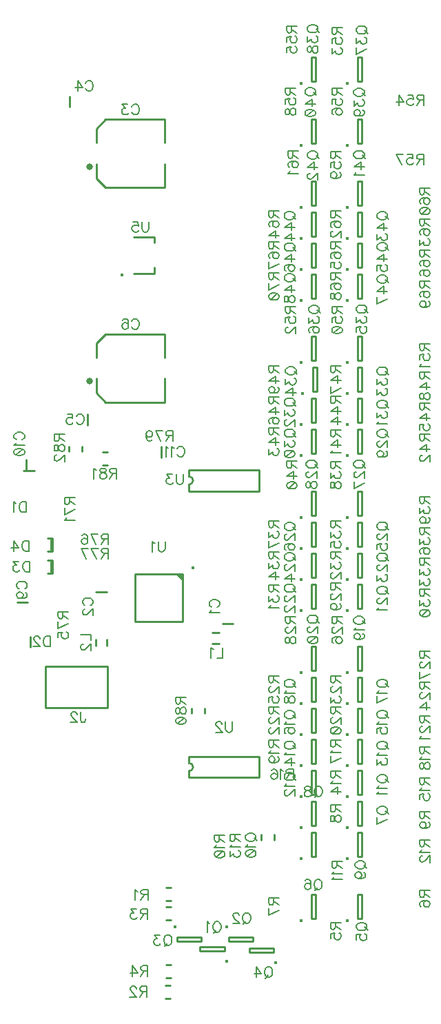
<source format=gbr>
G04 DipTrace 3.3.1.3*
G04 BottomSilk.gbr*
%MOIN*%
G04 #@! TF.FileFunction,Legend,Bot*
G04 #@! TF.Part,Single*
%ADD10C,0.009843*%
%ADD18C,0.031451*%
%ADD28C,0.015404*%
%ADD30C,0.015422*%
%ADD33O,0.016542X0.016422*%
%ADD38C,0.01542*%
%ADD91C,0.00772*%
%FSLAX26Y26*%
G04*
G70*
G90*
G75*
G01*
G04 BotSilk*
%LPD*%
X1611881Y2314841D2*
D10*
X1663022D1*
X1050522Y2466310D2*
X999381D1*
X1046643Y4422450D2*
X1331840D1*
X1001719Y4467330D2*
X1046643Y4422450D1*
Y4752450D2*
X1331840D1*
X1001719Y4707570D2*
X1046643Y4752450D1*
X1001719Y4536267D2*
Y4467330D1*
Y4707570D2*
Y4638633D1*
X1331840Y4536267D2*
Y4422450D1*
Y4752450D2*
Y4638633D1*
D18*
X969919Y4524453D3*
X871092Y4863022D2*
D10*
Y4811881D1*
X958593Y3325521D2*
Y3274379D1*
X1046643Y3384951D2*
X1331840D1*
X1001719Y3429831D2*
X1046643Y3384951D1*
Y3714951D2*
X1331840D1*
X1001719Y3670071D2*
X1046643Y3714951D1*
X1001719Y3498768D2*
Y3429831D1*
Y3670071D2*
Y3601134D1*
X1331840Y3498768D2*
Y3384951D1*
Y3714951D2*
Y3601134D1*
D18*
X969919Y3486954D3*
X669272Y2416310D2*
D10*
X618130D1*
X700522Y3053810D2*
X649381D1*
X1316311Y3118130D2*
Y3169272D1*
X662332Y3055630D2*
Y3106772D1*
X681083Y2199379D2*
Y2250521D1*
X787864Y2618915D2*
X764304D1*
X787864Y2555986D2*
X764304D1*
X780449D2*
Y2618915D1*
X787898Y2555986D2*
Y2618915D1*
X787864Y2725165D2*
X764304D1*
X787864Y2662236D2*
X764304D1*
X780449D2*
Y2725165D1*
X787898Y2662236D2*
Y2725165D1*
X947902Y2106201D2*
X756202D1*
X1056202D2*
X756202D1*
X1056202Y1906201D2*
X756202D1*
X1056202Y2106201D2*
Y1906201D1*
X756202Y2106201D2*
Y1906201D1*
X1594171Y2216110D2*
X1562671D1*
X1594171Y2271228D2*
X1562671D1*
X1052542Y2237920D2*
Y2206420D1*
X997424Y2237920D2*
Y2206420D1*
D28*
X1630802Y678993D3*
X1621601Y729135D2*
D10*
X1503496D1*
Y748820D1*
X1621601D1*
Y729135D1*
D28*
X1631604Y845910D3*
X1640805Y795768D2*
D10*
X1758909D1*
Y776083D1*
X1640805D1*
Y795768D1*
D28*
X1381604Y845910D3*
X1390805Y795768D2*
D10*
X1508909D1*
Y776083D1*
X1390805D1*
Y795768D1*
D28*
X1868300Y672741D3*
X1859100Y722883D2*
D10*
X1740995D1*
Y742568D1*
X1859100D1*
Y722883D1*
D30*
X2216492Y876386D3*
X2266634Y885587D2*
D10*
Y1003692D1*
X2286319D1*
Y885587D1*
X2266634D1*
D30*
X1991492Y876386D3*
X2041634Y885587D2*
D10*
Y1003692D1*
X2061319D1*
Y885587D1*
X2041634D1*
D30*
X2216492Y1326385D3*
X2266634Y1335585D2*
D10*
Y1453690D1*
X2286319D1*
Y1335585D1*
X2266634D1*
D30*
X1991492Y1326385D3*
X2041634Y1335585D2*
D10*
Y1453690D1*
X2061319D1*
Y1335585D1*
X2041634D1*
D30*
X2216492Y1176386D3*
X2266634Y1185587D2*
D10*
Y1303692D1*
X2286319D1*
Y1185587D1*
X2266634D1*
D30*
X1991492Y1176386D3*
X2041634Y1185587D2*
D10*
Y1303692D1*
X2061319D1*
Y1185587D1*
X2041634D1*
D30*
X2216492Y1476386D3*
X2266634Y1485587D2*
D10*
Y1603692D1*
X2286319D1*
Y1485587D1*
X2266634D1*
D30*
X1991492Y1476386D3*
X2041634Y1485587D2*
D10*
Y1603692D1*
X2061319D1*
Y1485587D1*
X2041634D1*
D30*
X2216492Y1626385D3*
X2266634Y1635585D2*
D10*
Y1753690D1*
X2286319D1*
Y1635585D1*
X2266634D1*
D30*
X1991492Y1626385D3*
X2041634Y1635585D2*
D10*
Y1753690D1*
X2061319D1*
Y1635585D1*
X2041634D1*
D30*
X2216492Y1776386D3*
X2266634Y1785587D2*
D10*
Y1903692D1*
X2286319D1*
Y1785587D1*
X2266634D1*
D30*
X1991492Y1776386D3*
X2041634Y1785587D2*
D10*
Y1903692D1*
X2061319D1*
Y1785587D1*
X2041634D1*
D30*
X2216492Y1926385D3*
X2266634Y1935585D2*
D10*
Y2053690D1*
X2286319D1*
Y1935585D1*
X2266634D1*
D30*
X1991492Y1926385D3*
X2041634Y1935585D2*
D10*
Y2053690D1*
X2061319D1*
Y1935585D1*
X2041634D1*
D30*
X2216492Y2076386D3*
X2266634Y2085587D2*
D10*
Y2203692D1*
X2286319D1*
Y2085587D1*
X2266634D1*
D30*
X1991492Y2076386D3*
X2041634Y2085587D2*
D10*
Y2203692D1*
X2061319D1*
Y2085587D1*
X2041634D1*
D30*
X2216492Y2376386D3*
X2266634Y2385587D2*
D10*
Y2503692D1*
X2286319D1*
Y2385587D1*
X2266634D1*
D30*
X1991492Y2376386D3*
X2041634Y2385587D2*
D10*
Y2503692D1*
X2061319D1*
Y2385587D1*
X2041634D1*
D30*
X2216492Y2526386D3*
X2266634Y2535587D2*
D10*
Y2653692D1*
X2286319D1*
Y2535587D1*
X2266634D1*
D30*
X1991492Y2526386D3*
X2041634Y2535587D2*
D10*
Y2653692D1*
X2061319D1*
Y2535587D1*
X2041634D1*
D30*
X2216492Y2676386D3*
X2266634Y2685587D2*
D10*
Y2803692D1*
X2286319D1*
Y2685587D1*
X2266634D1*
D30*
X1991492Y2676386D3*
X2041634Y2685587D2*
D10*
Y2803692D1*
X2061319D1*
Y2685587D1*
X2041634D1*
D30*
X2216492Y2826386D3*
X2266634Y2835587D2*
D10*
Y2953692D1*
X2286319D1*
Y2835587D1*
X2266634D1*
D30*
X1991492Y2826386D3*
X2041634Y2835587D2*
D10*
Y2953692D1*
X2061319D1*
Y2835587D1*
X2041634D1*
D30*
X2216492Y3126386D3*
X2266634Y3135587D2*
D10*
Y3253692D1*
X2286319D1*
Y3135587D1*
X2266634D1*
D30*
X1991492Y3126386D3*
X2041634Y3135587D2*
D10*
Y3253692D1*
X2061319D1*
Y3135587D1*
X2041634D1*
D30*
X2216492Y3276386D3*
X2266634Y3285587D2*
D10*
Y3403692D1*
X2286319D1*
Y3285587D1*
X2266634D1*
D30*
X1991492Y3276386D3*
X2041634Y3285587D2*
D10*
Y3403692D1*
X2061319D1*
Y3285587D1*
X2041634D1*
D30*
X2216492Y3426386D3*
X2266634Y3435587D2*
D10*
Y3553692D1*
X2286319D1*
Y3435587D1*
X2266634D1*
D30*
X1997743Y3426386D3*
X2047884Y3435587D2*
D10*
Y3553692D1*
X2067570D1*
Y3435587D1*
X2047884D1*
D30*
X2216492Y3576386D3*
X2266634Y3585587D2*
D10*
Y3703692D1*
X2286319D1*
Y3585587D1*
X2266634D1*
D30*
X1991492Y3576386D3*
X2041634Y3585587D2*
D10*
Y3703692D1*
X2061319D1*
Y3585587D1*
X2041634D1*
D30*
X2216492Y4926386D3*
X2266634Y4935587D2*
D10*
Y5053692D1*
X2286319D1*
Y4935587D1*
X2266634D1*
D30*
X1991492Y4926386D3*
X2041634Y4935587D2*
D10*
Y5053692D1*
X2061319D1*
Y4935587D1*
X2041634D1*
D30*
X2216492Y4626386D3*
X2266634Y4635587D2*
D10*
Y4753692D1*
X2286319D1*
Y4635587D1*
X2266634D1*
D30*
X1991492Y4626386D3*
X2041634Y4635587D2*
D10*
Y4753692D1*
X2061319D1*
Y4635587D1*
X2041634D1*
D30*
X2216492Y4326386D3*
X2266634Y4335587D2*
D10*
Y4453692D1*
X2286319D1*
Y4335587D1*
X2266634D1*
D30*
X1991492Y4326386D3*
X2041634Y4335587D2*
D10*
Y4453692D1*
X2061319D1*
Y4335587D1*
X2041634D1*
D30*
X2216492Y4176386D3*
X2266634Y4185587D2*
D10*
Y4303692D1*
X2286319D1*
Y4185587D1*
X2266634D1*
D30*
X1991492Y4176386D3*
X2041634Y4185587D2*
D10*
Y4303692D1*
X2061319D1*
Y4185587D1*
X2041634D1*
D30*
X2216492Y4026386D3*
X2266634Y4035587D2*
D10*
Y4153692D1*
X2286319D1*
Y4035587D1*
X2266634D1*
D30*
X1991492Y4026386D3*
X2041634Y4035587D2*
D10*
Y4153692D1*
X2061319D1*
Y4035587D1*
X2041634D1*
D30*
X2216492Y3876386D3*
X2266634Y3885587D2*
D10*
Y4003692D1*
X2286319D1*
Y3885587D1*
X2266634D1*
D30*
X1991492Y3876386D3*
X2041634Y3885587D2*
D10*
Y4003692D1*
X2061319D1*
Y3885587D1*
X2041634D1*
X1362864Y974736D2*
X1339304D1*
X1362864Y1037665D2*
X1339304D1*
X1336007Y562665D2*
X1359566D1*
X1336007Y499736D2*
X1359566D1*
X1338073Y943916D2*
X1361633D1*
X1338073Y880987D2*
X1361633D1*
X1362864Y599736D2*
X1339304D1*
X1362864Y662665D2*
X1339304D1*
X1799738Y1268289D2*
Y1291848D1*
X1862667Y1268289D2*
Y1291848D1*
X1462236Y1880789D2*
Y1904348D1*
X1525165Y1880789D2*
Y1904348D1*
X1056613Y3080987D2*
X1033054D1*
X1056613Y3143916D2*
X1033054D1*
X931416Y3169113D2*
Y3145554D1*
X868487Y3169113D2*
Y3145554D1*
X1417508Y2551929D2*
X1189185D1*
Y2323565D1*
X1417508D1*
Y2551929D1*
D33*
X1469161Y2583044D3*
G36*
X1417508Y2551929D2*
Y2520436D1*
X1386015Y2551929D1*
X1417508D1*
G37*
X1449404Y1670873D2*
D10*
X1787997D1*
X1449404Y1568497D2*
X1787997D1*
Y1670873D2*
Y1568497D1*
X1449404Y1670873D2*
Y1639380D1*
Y1599991D2*
Y1568497D1*
Y1639380D2*
G02X1449404Y1599991I12J-19694D01*
G01*
Y3057339D2*
X1787997D1*
X1449404Y2954963D2*
X1787997D1*
Y3057339D2*
Y2954963D1*
X1449404Y3057339D2*
Y3025845D1*
Y2986456D2*
Y2954963D1*
Y3025845D2*
G02X1449404Y2986456I12J-19694D01*
G01*
X1183085Y4007923D2*
X1281491D1*
Y4037464D1*
Y4155549D2*
Y4185089D1*
X1183085D1*
D38*
X1124455Y3998826D3*
X1559139Y2393999D2*
D91*
X1554386Y2396376D1*
X1549577Y2401184D1*
X1547201Y2405938D1*
Y2415499D1*
X1549577Y2420308D1*
X1554386Y2425061D1*
X1559139Y2427493D1*
X1566324Y2429869D1*
X1578318D1*
X1585447Y2427493D1*
X1590256Y2425061D1*
X1595009Y2420308D1*
X1597441Y2415499D1*
Y2405937D1*
X1595009Y2401184D1*
X1590256Y2396376D1*
X1585447Y2393999D1*
X1556818Y2378560D2*
X1554386Y2373752D1*
X1547256Y2366567D1*
X1597441D1*
X946639Y2401964D2*
X941886Y2404341D1*
X937077Y2409150D1*
X934701Y2413903D1*
Y2423464D1*
X937077Y2428273D1*
X941886Y2433026D1*
X946639Y2435458D1*
X953824Y2437834D1*
X965818D1*
X972947Y2435458D1*
X977756Y2433026D1*
X982509Y2428273D1*
X984941Y2423464D1*
Y2413903D1*
X982509Y2409149D1*
X977756Y2404341D1*
X972947Y2401964D1*
X946694Y2384093D2*
X944318D1*
X939509Y2381717D1*
X937133Y2379340D1*
X934756Y2374532D1*
Y2364970D1*
X937133Y2360217D1*
X939509Y2357840D1*
X944318Y2355409D1*
X949071D1*
X953879Y2357840D1*
X961009Y2362594D1*
X984941Y2386525D1*
Y2353032D1*
X1173311Y4813735D2*
X1175687Y4818488D1*
X1180496Y4823297D1*
X1185249Y4825673D1*
X1194811D1*
X1199619Y4823297D1*
X1204372Y4818488D1*
X1206804Y4813735D1*
X1209181Y4806550D1*
Y4794556D1*
X1206804Y4787427D1*
X1204372Y4782618D1*
X1199619Y4777865D1*
X1194811Y4775433D1*
X1185249D1*
X1180496Y4777865D1*
X1175687Y4782618D1*
X1173311Y4787427D1*
X1153063Y4825618D2*
X1126810D1*
X1141125Y4806495D1*
X1133940D1*
X1129187Y4804118D1*
X1126810Y4801741D1*
X1124378Y4794556D1*
Y4789803D1*
X1126810Y4782618D1*
X1131563Y4777810D1*
X1138748Y4775433D1*
X1145933D1*
X1153063Y4777810D1*
X1155440Y4780242D1*
X1157872Y4784995D1*
X949688Y4928264D2*
X952065Y4933017D1*
X956873Y4937825D1*
X961626Y4940202D1*
X971188D1*
X975996Y4937825D1*
X980750Y4933017D1*
X983181Y4928264D1*
X985558Y4921079D1*
Y4909085D1*
X983181Y4901956D1*
X980750Y4897147D1*
X975996Y4892394D1*
X971188Y4889962D1*
X961626D1*
X956873Y4892394D1*
X952065Y4897147D1*
X949688Y4901956D1*
X910317Y4889962D2*
Y4940147D1*
X934249Y4906709D1*
X898379D1*
X904750Y3315763D2*
X907127Y3320516D1*
X911936Y3325324D1*
X916689Y3327701D1*
X926250D1*
X931059Y3325324D1*
X935812Y3320516D1*
X938244Y3315763D1*
X940620Y3308578D1*
Y3296584D1*
X938244Y3289454D1*
X935812Y3284646D1*
X931059Y3279893D1*
X926250Y3277461D1*
X916689D1*
X911936Y3279893D1*
X907127Y3284646D1*
X904750Y3289454D1*
X860626Y3327645D2*
X884503D1*
X886879Y3306146D1*
X884503Y3308522D1*
X877318Y3310954D1*
X870188D1*
X863003Y3308522D1*
X858194Y3303769D1*
X855818Y3296584D1*
Y3291831D1*
X858194Y3284646D1*
X863003Y3279837D1*
X870188Y3277461D1*
X877318D1*
X884503Y3279837D1*
X886879Y3282269D1*
X889311Y3287022D1*
X1172095Y3776236D2*
X1174472Y3780989D1*
X1179280Y3785798D1*
X1184033Y3788175D1*
X1193595D1*
X1198403Y3785798D1*
X1203156Y3780989D1*
X1205588Y3776236D1*
X1207965Y3769051D1*
Y3757058D1*
X1205588Y3749928D1*
X1203156Y3745120D1*
X1198403Y3740366D1*
X1193595Y3737935D1*
X1184033D1*
X1179280Y3740366D1*
X1174472Y3745120D1*
X1172095Y3749928D1*
X1127971Y3780989D2*
X1130347Y3785743D1*
X1137532Y3788119D1*
X1142286D1*
X1149471Y3785743D1*
X1154279Y3778558D1*
X1156656Y3766619D1*
Y3754681D1*
X1154279Y3745120D1*
X1149471Y3740311D1*
X1142286Y3737935D1*
X1139909D1*
X1132779Y3740311D1*
X1127971Y3745120D1*
X1125594Y3752305D1*
Y3754681D1*
X1127971Y3761866D1*
X1132779Y3766619D1*
X1139909Y3768996D1*
X1142286D1*
X1149471Y3766619D1*
X1154279Y3761866D1*
X1156656Y3754681D1*
X627888Y2482026D2*
X623135Y2484402D1*
X618327Y2489211D1*
X615950Y2493964D1*
Y2503525D1*
X618327Y2508334D1*
X623135Y2513087D1*
X627888Y2515519D1*
X635073Y2517895D1*
X647067D1*
X654197Y2515519D1*
X659005Y2513087D1*
X663758Y2508334D1*
X666190Y2503525D1*
Y2493964D1*
X663758Y2489211D1*
X659005Y2484402D1*
X654197Y2482025D1*
X632697Y2435470D2*
X639882Y2437901D1*
X644690Y2442655D1*
X647067Y2449840D1*
Y2452216D1*
X644690Y2459401D1*
X639882Y2464154D1*
X632697Y2466586D1*
X630320D1*
X623135Y2464154D1*
X618382Y2459401D1*
X616005Y2452216D1*
Y2449840D1*
X618382Y2442655D1*
X623135Y2437901D1*
X632697Y2435470D1*
X644690D1*
X656629Y2437901D1*
X663814Y2442655D1*
X666190Y2449840D1*
Y2454593D1*
X663814Y2461778D1*
X659005Y2464154D1*
X615388Y3203182D2*
X610635Y3205559D1*
X605827Y3210367D1*
X603450Y3215120D1*
Y3224682D1*
X605827Y3229490D1*
X610635Y3234244D1*
X615388Y3236675D1*
X622573Y3239052D1*
X634567D1*
X641697Y3236675D1*
X646505Y3234244D1*
X651258Y3229490D1*
X653690Y3224682D1*
Y3215120D1*
X651258Y3210367D1*
X646505Y3205559D1*
X641697Y3203182D1*
X613067Y3187743D2*
X610635Y3182934D1*
X603505Y3175749D1*
X653690D1*
X603505Y3145940D2*
X605882Y3153125D1*
X613067Y3157934D1*
X625005Y3160310D1*
X632190D1*
X644129Y3157934D1*
X651314Y3153125D1*
X653690Y3145940D1*
Y3141187D1*
X651314Y3134002D1*
X644129Y3129249D1*
X632190Y3126817D1*
X625005D1*
X613067Y3129249D1*
X605882Y3134002D1*
X603505Y3141187D1*
Y3145940D1*
X613067Y3129249D2*
X644129Y3157934D1*
X1392432Y3159513D2*
X1394809Y3164266D1*
X1399617Y3169075D1*
X1404370Y3171451D1*
X1413932D1*
X1418740Y3169075D1*
X1423494Y3164266D1*
X1425925Y3159513D1*
X1428302Y3152328D1*
Y3140335D1*
X1425925Y3133205D1*
X1423494Y3128396D1*
X1418740Y3123643D1*
X1413932Y3121211D1*
X1404370D1*
X1399617Y3123643D1*
X1394809Y3128396D1*
X1392432Y3133205D1*
X1376993Y3161835D2*
X1372184Y3164266D1*
X1364999Y3171396D1*
Y3121211D1*
X1349560Y3161835D2*
X1344752Y3164266D1*
X1337567Y3171396D1*
Y3121211D1*
X661409Y2902702D2*
Y2852462D1*
X644663D1*
X637478Y2854894D1*
X632669Y2859647D1*
X630292Y2864456D1*
X627916Y2871585D1*
Y2883579D1*
X630292Y2890764D1*
X632669Y2895517D1*
X637478Y2900325D1*
X644663Y2902702D1*
X661409D1*
X612477Y2893085D2*
X607668Y2895517D1*
X600483Y2902647D1*
Y2852462D1*
X778408Y2252701D2*
Y2202461D1*
X761662D1*
X754477Y2204893D1*
X749668Y2209646D1*
X747292Y2214454D1*
X744915Y2221584D1*
Y2233578D1*
X747292Y2240763D1*
X749668Y2245516D1*
X754477Y2250324D1*
X761662Y2252701D1*
X778408D1*
X727044Y2240707D2*
Y2243084D1*
X724667Y2247892D1*
X722291Y2250269D1*
X717482Y2252645D1*
X707921D1*
X703168Y2250269D1*
X700791Y2247892D1*
X698359Y2243084D1*
Y2238331D1*
X700791Y2233522D1*
X705544Y2226392D1*
X729476Y2202461D1*
X695983D1*
X679797Y2614857D2*
Y2564617D1*
X663050D1*
X655865Y2567049D1*
X651057Y2571802D1*
X648680Y2576610D1*
X646304Y2583740D1*
Y2595734D1*
X648680Y2602919D1*
X651057Y2607672D1*
X655865Y2612480D1*
X663050Y2614857D1*
X679797D1*
X626056Y2614802D2*
X599803D1*
X614118Y2595678D1*
X606933D1*
X602179Y2593302D1*
X599803Y2590925D1*
X597371Y2583740D1*
Y2578987D1*
X599803Y2571802D1*
X604556Y2566994D1*
X611741Y2564617D1*
X618926D1*
X626056Y2566994D1*
X628433Y2569425D1*
X630864Y2574179D1*
X674735Y2714857D2*
Y2664617D1*
X657988D1*
X650803Y2667049D1*
X645994Y2671802D1*
X643618Y2676610D1*
X641241Y2683740D1*
Y2695734D1*
X643618Y2702919D1*
X645994Y2707672D1*
X650803Y2712480D1*
X657988Y2714857D1*
X674735D1*
X601870Y2664617D2*
Y2714802D1*
X625802Y2681364D1*
X589932D1*
X924952Y1885673D2*
Y1847427D1*
X927328Y1840242D1*
X929760Y1837865D1*
X934514Y1835433D1*
X939322D1*
X944075Y1837865D1*
X946452Y1840242D1*
X948884Y1847427D1*
Y1852180D1*
X907081Y1873680D2*
Y1876056D1*
X904704Y1880865D1*
X902328Y1883241D1*
X897519Y1885618D1*
X887958D1*
X883204Y1883241D1*
X880828Y1880865D1*
X878396Y1876056D1*
Y1871303D1*
X880828Y1866495D1*
X885581Y1859365D1*
X909513Y1835433D1*
X876019D1*
X1612704Y2198420D2*
Y2148180D1*
X1584020D1*
X1568580Y2188803D2*
X1563772Y2191235D1*
X1556587Y2198365D1*
Y2148180D1*
X926482Y2260954D2*
X976722D1*
Y2232270D1*
X938475Y2214399D2*
X936099D1*
X931290Y2212022D1*
X928914Y2209645D1*
X926537Y2204837D1*
Y2195275D1*
X928914Y2190522D1*
X931290Y2188146D1*
X936099Y2185714D1*
X940852D1*
X945660Y2188146D1*
X952790Y2192899D1*
X976722Y2216830D1*
Y2183337D1*
X1589497Y871896D2*
X1594250Y869575D1*
X1599059Y864767D1*
X1601435Y859958D1*
X1603867Y852773D1*
Y840835D1*
X1601435Y833650D1*
X1599059Y828897D1*
X1594250Y824088D1*
X1589497Y821712D1*
X1579936D1*
X1575127Y824088D1*
X1570374Y828897D1*
X1567997Y833650D1*
X1565565Y840835D1*
Y852773D1*
X1567997Y859958D1*
X1570374Y864767D1*
X1575127Y869575D1*
X1579936Y871896D1*
X1589497D1*
X1582312Y831273D2*
X1567997Y816903D1*
X1550126Y862279D2*
X1545318Y864711D1*
X1538133Y871841D1*
Y821656D1*
X1733153Y914344D2*
X1737906Y912022D1*
X1742714Y907214D1*
X1745091Y902406D1*
X1747523Y895221D1*
Y883282D1*
X1745091Y876097D1*
X1742714Y871344D1*
X1737906Y866536D1*
X1733153Y864159D1*
X1723591D1*
X1718783Y866536D1*
X1714029Y871344D1*
X1711653Y876097D1*
X1709221Y883282D1*
Y895221D1*
X1711653Y902406D1*
X1714029Y907214D1*
X1718783Y912022D1*
X1723591Y914344D1*
X1733153D1*
X1725968Y873721D2*
X1711653Y859351D1*
X1691350Y902350D2*
Y904727D1*
X1688973Y909535D1*
X1686597Y911912D1*
X1681788Y914289D1*
X1672227D1*
X1667473Y911912D1*
X1665097Y909535D1*
X1662665Y904727D1*
Y899974D1*
X1665097Y895165D1*
X1669850Y888036D1*
X1693782Y864104D1*
X1660288D1*
X1351903Y808093D2*
X1356656Y805772D1*
X1361465Y800963D1*
X1363841Y796155D1*
X1366273Y788970D1*
Y777032D1*
X1363841Y769847D1*
X1361465Y765093D1*
X1356656Y760285D1*
X1351903Y757908D1*
X1342342D1*
X1337533Y760285D1*
X1332780Y765093D1*
X1330403Y769847D1*
X1327972Y777032D1*
Y788970D1*
X1330403Y796155D1*
X1332780Y800963D1*
X1337533Y805772D1*
X1342342Y808093D1*
X1351903D1*
X1344718Y767470D2*
X1330403Y753100D1*
X1307724Y808038D2*
X1281471D1*
X1295786Y788915D1*
X1288601D1*
X1283847Y786538D1*
X1281471Y784161D1*
X1279039Y776976D1*
Y772223D1*
X1281471Y765038D1*
X1286224Y760230D1*
X1293409Y757853D1*
X1300594D1*
X1307724Y760230D1*
X1310100Y762662D1*
X1312532Y767415D1*
X1838934Y653143D2*
X1843687Y650822D1*
X1848496Y646013D1*
X1850872Y641205D1*
X1853304Y634020D1*
Y622082D1*
X1850872Y614897D1*
X1848496Y610143D1*
X1843687Y605335D1*
X1838934Y602958D1*
X1829372D1*
X1824564Y605335D1*
X1819811Y610143D1*
X1817434Y614897D1*
X1815002Y622082D1*
Y634020D1*
X1817434Y641205D1*
X1819811Y646013D1*
X1824564Y650822D1*
X1829372Y653143D1*
X1838934D1*
X1831749Y612520D2*
X1817434Y598150D1*
X1775631Y602903D2*
Y653088D1*
X1799563Y619650D1*
X1763693D1*
X2259380Y852935D2*
X2261701Y857688D1*
X2266510Y862496D1*
X2271318Y864873D1*
X2278503Y867305D1*
X2290441D1*
X2297627Y864873D1*
X2302380Y862496D1*
X2307188Y857688D1*
X2309565Y852935D1*
Y843373D1*
X2307188Y838565D1*
X2302380Y833812D1*
X2297627Y831435D1*
X2290441Y829003D1*
X2278503D1*
X2271318Y831435D1*
X2266510Y833812D1*
X2261701Y838565D1*
X2259380Y843373D1*
Y852935D1*
X2300003Y845750D2*
X2314373Y831435D1*
X2259435Y784879D2*
Y808755D1*
X2280935Y811132D1*
X2278559Y808755D1*
X2276127Y801570D1*
Y794441D1*
X2278558Y787256D1*
X2283312Y782447D1*
X2290497Y780071D1*
X2295250D1*
X2302435Y782447D1*
X2307243Y787256D1*
X2309620Y794441D1*
Y801570D1*
X2307243Y808755D1*
X2304812Y811132D1*
X2300058Y813564D1*
X2078632Y1076915D2*
X2083385Y1074593D1*
X2088194Y1069785D1*
X2090570Y1064976D1*
X2093002Y1057791D1*
Y1045853D1*
X2090570Y1038668D1*
X2088194Y1033915D1*
X2083385Y1029107D1*
X2078632Y1026730D1*
X2069071D1*
X2064262Y1029107D1*
X2059509Y1033915D1*
X2057132Y1038668D1*
X2054701Y1045853D1*
Y1057791D1*
X2057132Y1064976D1*
X2059509Y1069785D1*
X2064262Y1074593D1*
X2069071Y1076915D1*
X2078632D1*
X2071447Y1036292D2*
X2057132Y1021921D1*
X2010576Y1069730D2*
X2012953Y1074483D1*
X2020138Y1076859D1*
X2024891D1*
X2032076Y1074483D1*
X2036885Y1067298D1*
X2039261Y1055360D1*
Y1043421D1*
X2036885Y1033860D1*
X2032076Y1029051D1*
X2024891Y1026675D1*
X2022515D1*
X2015385Y1029051D1*
X2010576Y1033860D1*
X2008200Y1041045D1*
Y1043421D1*
X2010576Y1050606D1*
X2015385Y1055360D1*
X2022515Y1057736D1*
X2024891D1*
X2032076Y1055360D1*
X2036885Y1050606D1*
X2039261Y1043421D1*
X2359380Y1415434D2*
X2361701Y1420187D1*
X2366510Y1424995D1*
X2371318Y1427372D1*
X2378503Y1429804D1*
X2390441D1*
X2397627Y1427372D1*
X2402380Y1424995D1*
X2407188Y1420187D1*
X2409565Y1415433D1*
Y1405872D1*
X2407188Y1401063D1*
X2402380Y1396310D1*
X2397627Y1393934D1*
X2390441Y1391502D1*
X2378503D1*
X2371318Y1393934D1*
X2366510Y1396310D1*
X2361701Y1401063D1*
X2359380Y1405872D1*
Y1415434D1*
X2400003Y1408248D2*
X2414373Y1393934D1*
X2409620Y1366501D2*
X2359435Y1342569D1*
Y1376063D1*
X2079821Y1526913D2*
X2084574Y1524592D1*
X2089382Y1519784D1*
X2091759Y1514975D1*
X2094191Y1507790D1*
Y1495852D1*
X2091759Y1488667D1*
X2089382Y1483914D1*
X2084574Y1479105D1*
X2079821Y1476729D1*
X2070259D1*
X2065450Y1479105D1*
X2060697Y1483914D1*
X2058321Y1488667D1*
X2055889Y1495852D1*
Y1507790D1*
X2058321Y1514975D1*
X2060697Y1519784D1*
X2065450Y1524592D1*
X2070259Y1526913D1*
X2079821D1*
X2072635Y1486290D2*
X2058321Y1471920D1*
X2028511Y1526858D2*
X2035641Y1524482D1*
X2038073Y1519728D1*
Y1514920D1*
X2035641Y1510167D1*
X2030888Y1507735D1*
X2021326Y1505358D1*
X2014141Y1502982D1*
X2009388Y1498173D1*
X2007011Y1493420D1*
Y1486235D1*
X2009388Y1481482D1*
X2011765Y1479050D1*
X2018950Y1476673D1*
X2028511D1*
X2035641Y1479050D1*
X2038073Y1481482D1*
X2040450Y1486235D1*
Y1493420D1*
X2038073Y1498173D1*
X2033265Y1502982D1*
X2026135Y1505358D1*
X2016573Y1507735D1*
X2011765Y1510167D1*
X2009388Y1514920D1*
Y1519728D1*
X2011765Y1524482D1*
X2018950Y1526858D1*
X2028511D1*
X2253131Y1151747D2*
X2255452Y1156500D1*
X2260260Y1161308D1*
X2265069Y1163685D1*
X2272254Y1166117D1*
X2284192D1*
X2291377Y1163685D1*
X2296130Y1161308D1*
X2300939Y1156500D1*
X2303315Y1151746D1*
Y1142185D1*
X2300939Y1137376D1*
X2296130Y1132623D1*
X2291377Y1130247D1*
X2284192Y1127815D1*
X2272254D1*
X2265069Y1130247D1*
X2260260Y1132623D1*
X2255452Y1137376D1*
X2253131Y1142185D1*
Y1151747D1*
X2293754Y1144561D2*
X2308124Y1130247D1*
X2269877Y1081259D2*
X2277062Y1083691D1*
X2281871Y1088444D1*
X2284247Y1095629D1*
Y1098006D1*
X2281871Y1105191D1*
X2277062Y1109944D1*
X2269877Y1112376D1*
X2267501D1*
X2260316Y1109944D1*
X2255563Y1105191D1*
X2253186Y1098006D1*
Y1095629D1*
X2255562Y1088444D1*
X2260316Y1083691D1*
X2269877Y1081259D1*
X2281871D1*
X2293809Y1083691D1*
X2300994Y1088444D1*
X2303371Y1095629D1*
Y1100382D1*
X2300994Y1107567D1*
X2296186Y1109944D1*
X1723058Y1285402D2*
X1725379Y1290155D1*
X1730188Y1294963D1*
X1734996Y1297340D1*
X1742181Y1299772D1*
X1754119D1*
X1761304Y1297340D1*
X1766057Y1294963D1*
X1770866Y1290155D1*
X1773243Y1285402D1*
Y1275840D1*
X1770866Y1271032D1*
X1766057Y1266279D1*
X1761304Y1263902D1*
X1754119Y1261470D1*
X1742181D1*
X1734996Y1263902D1*
X1730188Y1266279D1*
X1725379Y1271032D1*
X1723058Y1275840D1*
Y1285402D1*
X1763681Y1278217D2*
X1778051Y1263902D1*
X1732675Y1246031D2*
X1730243Y1241222D1*
X1723113Y1234037D1*
X1773298D1*
X1723113Y1204228D2*
X1725490Y1211413D1*
X1732675Y1216222D1*
X1744613Y1218598D1*
X1751798D1*
X1763736Y1216222D1*
X1770921Y1211413D1*
X1773298Y1204228D1*
Y1199475D1*
X1770921Y1192290D1*
X1763736Y1187537D1*
X1751798Y1185105D1*
X1744613D1*
X1732675Y1187537D1*
X1725490Y1192290D1*
X1723113Y1199475D1*
Y1204228D1*
X1732675Y1187537D2*
X1763736Y1216222D1*
X2359380Y1568401D2*
X2361701Y1573154D1*
X2366510Y1577963D1*
X2371318Y1580339D1*
X2378503Y1582771D1*
X2390441D1*
X2397627Y1580339D1*
X2402380Y1577963D1*
X2407188Y1573154D1*
X2409565Y1568401D1*
Y1558840D1*
X2407188Y1554031D1*
X2402380Y1549278D1*
X2397627Y1546901D1*
X2390441Y1544470D1*
X2378503D1*
X2371318Y1546901D1*
X2366510Y1549278D1*
X2361701Y1554031D1*
X2359380Y1558840D1*
Y1568401D1*
X2400003Y1561216D2*
X2414373Y1546901D1*
X2368997Y1529030D2*
X2366565Y1524222D1*
X2359435Y1517037D1*
X2409620D1*
X2368997Y1501598D2*
X2366565Y1496789D1*
X2359435Y1489604D1*
X2409620D1*
X1910558Y1579151D2*
X1912879Y1583904D1*
X1917688Y1588713D1*
X1922496Y1591089D1*
X1929681Y1593521D1*
X1941619D1*
X1948804Y1591089D1*
X1953557Y1588713D1*
X1958366Y1583904D1*
X1960743Y1579151D1*
Y1569590D1*
X1958366Y1564781D1*
X1953557Y1560028D1*
X1948804Y1557651D1*
X1941619Y1555219D1*
X1929681D1*
X1922496Y1557651D1*
X1917688Y1560028D1*
X1912879Y1564781D1*
X1910558Y1569590D1*
Y1579151D1*
X1951181Y1571966D2*
X1965551Y1557651D1*
X1920175Y1539780D2*
X1917743Y1534972D1*
X1910613Y1527787D1*
X1960798D1*
X1922551Y1509916D2*
X1920175D1*
X1915366Y1507539D1*
X1912990Y1505163D1*
X1910613Y1500354D1*
Y1490792D1*
X1912990Y1486039D1*
X1915366Y1483663D1*
X1920175Y1481231D1*
X1924928D1*
X1929736Y1483663D1*
X1936866Y1488416D1*
X1960798Y1512347D1*
Y1478854D1*
X2359380Y1729150D2*
X2361701Y1733903D1*
X2366510Y1738711D1*
X2371318Y1741088D1*
X2378503Y1743520D1*
X2390441D1*
X2397627Y1741088D1*
X2402380Y1738711D1*
X2407188Y1733903D1*
X2409565Y1729150D1*
Y1719588D1*
X2407188Y1714780D1*
X2402380Y1710027D1*
X2397627Y1707650D1*
X2390441Y1705218D1*
X2378503D1*
X2371318Y1707650D1*
X2366510Y1710027D1*
X2361701Y1714780D1*
X2359380Y1719588D1*
Y1729150D1*
X2400003Y1721965D2*
X2414373Y1707650D1*
X2368997Y1689779D2*
X2366565Y1684970D1*
X2359435Y1677785D1*
X2409620D1*
X2359435Y1657538D2*
Y1631285D1*
X2378559Y1645600D1*
Y1638415D1*
X2380935Y1633661D1*
X2383312Y1631285D1*
X2390497Y1628853D1*
X2395250D1*
X2402435Y1631285D1*
X2407243Y1636038D1*
X2409620Y1643223D1*
Y1650408D1*
X2407243Y1657538D1*
X2404812Y1659914D1*
X2400058Y1662346D1*
X1910558Y1730338D2*
X1912879Y1735091D1*
X1917688Y1739900D1*
X1922496Y1742276D1*
X1929681Y1744708D1*
X1941619D1*
X1948804Y1742276D1*
X1953557Y1739900D1*
X1958366Y1735091D1*
X1960743Y1730338D1*
Y1720776D1*
X1958366Y1715968D1*
X1953557Y1711215D1*
X1948804Y1708838D1*
X1941619Y1706406D1*
X1929681D1*
X1922496Y1708838D1*
X1917688Y1711215D1*
X1912879Y1715968D1*
X1910558Y1720777D1*
Y1730338D1*
X1951181Y1723153D2*
X1965551Y1708838D1*
X1920175Y1690967D2*
X1917743Y1686159D1*
X1910613Y1678974D1*
X1960798D1*
Y1639603D2*
X1910613D1*
X1944051Y1663534D1*
Y1627665D1*
X2359380Y1879151D2*
X2361701Y1883904D1*
X2366510Y1888713D1*
X2371318Y1891089D1*
X2378503Y1893521D1*
X2390441D1*
X2397627Y1891089D1*
X2402380Y1888713D1*
X2407188Y1883904D1*
X2409565Y1879151D1*
Y1869590D1*
X2407188Y1864781D1*
X2402380Y1860028D1*
X2397627Y1857651D1*
X2390441Y1855219D1*
X2378503D1*
X2371318Y1857651D1*
X2366510Y1860028D1*
X2361701Y1864781D1*
X2359380Y1869590D1*
Y1879151D1*
X2400003Y1871966D2*
X2414373Y1857651D1*
X2368997Y1839780D2*
X2366565Y1834972D1*
X2359435Y1827787D1*
X2409620D1*
X2359435Y1783663D2*
Y1807539D1*
X2380935Y1809916D1*
X2378559Y1807539D1*
X2376127Y1800354D1*
Y1793224D1*
X2378558Y1786039D1*
X2383312Y1781231D1*
X2390497Y1778854D1*
X2395250D1*
X2402435Y1781231D1*
X2407243Y1786039D1*
X2409620Y1793224D1*
Y1800354D1*
X2407243Y1807539D1*
X2404812Y1809916D1*
X2400058Y1812348D1*
X1910558Y1877935D2*
X1912879Y1882688D1*
X1917688Y1887497D1*
X1922496Y1889873D1*
X1929681Y1892305D1*
X1941619D1*
X1948804Y1889873D1*
X1953557Y1887497D1*
X1958366Y1882688D1*
X1960743Y1877935D1*
Y1868374D1*
X1958366Y1863565D1*
X1953558Y1858812D1*
X1948804Y1856435D1*
X1941619Y1854004D1*
X1929681D1*
X1922496Y1856435D1*
X1917688Y1858812D1*
X1912879Y1863565D1*
X1910558Y1868374D1*
Y1877935D1*
X1951181Y1870750D2*
X1965551Y1856435D1*
X1920175Y1838564D2*
X1917743Y1833756D1*
X1910613Y1826571D1*
X1960798D1*
X1917743Y1782447D2*
X1912990Y1784823D1*
X1910613Y1792008D1*
Y1796762D1*
X1912990Y1803947D1*
X1920175Y1808755D1*
X1932113Y1811132D1*
X1944051D1*
X1953613Y1808755D1*
X1958421Y1803947D1*
X1960798Y1796762D1*
Y1794385D1*
X1958421Y1787255D1*
X1953613Y1782447D1*
X1946428Y1780070D1*
X1944051D1*
X1936866Y1782447D1*
X1932113Y1787255D1*
X1929736Y1794385D1*
Y1796762D1*
X1932113Y1803947D1*
X1936866Y1808755D1*
X1944051Y1811132D1*
X2359380Y2029150D2*
X2361701Y2033903D1*
X2366510Y2038711D1*
X2371318Y2041088D1*
X2378503Y2043520D1*
X2390441D1*
X2397627Y2041088D1*
X2402380Y2038711D1*
X2407188Y2033903D1*
X2409565Y2029150D1*
Y2019588D1*
X2407188Y2014780D1*
X2402380Y2010027D1*
X2397627Y2007650D1*
X2390441Y2005218D1*
X2378503D1*
X2371318Y2007650D1*
X2366510Y2010027D1*
X2361701Y2014780D1*
X2359380Y2019588D1*
Y2029150D1*
X2400003Y2021965D2*
X2414373Y2007650D1*
X2368997Y1989779D2*
X2366565Y1984970D1*
X2359435Y1977785D1*
X2409620D1*
Y1952785D2*
X2359435Y1928853D1*
Y1962346D1*
X1910558Y2029122D2*
X1912879Y2033875D1*
X1917688Y2038684D1*
X1922496Y2041060D1*
X1929681Y2043492D1*
X1941619D1*
X1948804Y2041060D1*
X1953557Y2038684D1*
X1958366Y2033875D1*
X1960743Y2029122D1*
Y2019561D1*
X1958366Y2014752D1*
X1953557Y2009999D1*
X1948804Y2007622D1*
X1941619Y2005191D1*
X1929681D1*
X1922496Y2007622D1*
X1917688Y2009999D1*
X1912879Y2014752D1*
X1910558Y2019561D1*
Y2029122D1*
X1951181Y2021937D2*
X1965551Y2007622D1*
X1920175Y1989751D2*
X1917743Y1984943D1*
X1910613Y1977758D1*
X1960798D1*
X1910613Y1950380D2*
X1912990Y1957510D1*
X1917743Y1959942D1*
X1922551D1*
X1927304Y1957510D1*
X1929736Y1952757D1*
X1932113Y1943195D1*
X1934489Y1936010D1*
X1939298Y1931257D1*
X1944051Y1928881D1*
X1951236D1*
X1955989Y1931257D1*
X1958421Y1933634D1*
X1960798Y1940819D1*
Y1950380D1*
X1958421Y1957510D1*
X1955989Y1959942D1*
X1951236Y1962319D1*
X1944051D1*
X1939298Y1959942D1*
X1934490Y1955134D1*
X1932113Y1948004D1*
X1929736Y1938442D1*
X1927304Y1933634D1*
X1922551Y1931257D1*
X1917743D1*
X1912990Y1933634D1*
X1910613Y1940819D1*
Y1950380D1*
X2246880Y2334214D2*
X2249201Y2338967D1*
X2254010Y2343775D1*
X2258818Y2346152D1*
X2266003Y2348584D1*
X2277941D1*
X2285127Y2346152D1*
X2289880Y2343775D1*
X2294688Y2338967D1*
X2297065Y2334214D1*
Y2324652D1*
X2294688Y2319843D1*
X2289880Y2315090D1*
X2285127Y2312714D1*
X2277941Y2310282D1*
X2266003D1*
X2258818Y2312714D1*
X2254010Y2315090D1*
X2249201Y2319843D1*
X2246880Y2324652D1*
Y2334214D1*
X2287503Y2327028D2*
X2301873Y2312714D1*
X2256497Y2294843D2*
X2254065Y2290034D1*
X2246935Y2282849D1*
X2297120D1*
X2263627Y2236293D2*
X2270812Y2238725D1*
X2275620Y2243478D1*
X2277997Y2250663D1*
Y2253040D1*
X2275620Y2260225D1*
X2270812Y2264978D1*
X2263627Y2267410D1*
X2261250D1*
X2254065Y2264978D1*
X2249312Y2260225D1*
X2246935Y2253040D1*
Y2250663D1*
X2249312Y2243478D1*
X2254065Y2238725D1*
X2263627Y2236293D1*
X2275620D1*
X2287558Y2238725D1*
X2294743Y2243478D1*
X2297120Y2250663D1*
Y2255416D1*
X2294743Y2262601D1*
X2289935Y2264978D1*
X2023058Y2339901D2*
X2025379Y2344654D1*
X2030188Y2349463D1*
X2034996Y2351839D1*
X2042181Y2354271D1*
X2054119D1*
X2061304Y2351839D1*
X2066057Y2349463D1*
X2070866Y2344654D1*
X2073243Y2339901D1*
Y2330339D1*
X2070866Y2325531D1*
X2066057Y2320778D1*
X2061304Y2318401D1*
X2054119Y2315969D1*
X2042181D1*
X2034996Y2318401D1*
X2030188Y2320778D1*
X2025379Y2325531D1*
X2023058Y2330339D1*
Y2339901D1*
X2063681Y2332716D2*
X2078051Y2318401D1*
X2035051Y2298098D2*
X2032675D1*
X2027866Y2295722D1*
X2025490Y2293345D1*
X2023113Y2288537D1*
Y2278975D1*
X2025490Y2274222D1*
X2027866Y2271845D1*
X2032675Y2269413D1*
X2037428D1*
X2042236Y2271845D1*
X2049366Y2276598D1*
X2073298Y2300530D1*
Y2267037D1*
X2023113Y2237228D2*
X2025490Y2244413D1*
X2032675Y2249221D1*
X2044613Y2251598D1*
X2051798D1*
X2063736Y2249221D1*
X2070921Y2244413D1*
X2073298Y2237228D1*
Y2232474D1*
X2070921Y2225289D1*
X2063736Y2220536D1*
X2051798Y2218104D1*
X2044613D1*
X2032675Y2220536D1*
X2025490Y2225289D1*
X2023113Y2232474D1*
Y2237228D1*
X2032675Y2220536D2*
X2063736Y2249221D1*
X2359380Y2479151D2*
X2361701Y2483904D1*
X2366510Y2488713D1*
X2371318Y2491089D1*
X2378503Y2493521D1*
X2390441D1*
X2397627Y2491089D1*
X2402380Y2488713D1*
X2407188Y2483904D1*
X2409565Y2479151D1*
Y2469590D1*
X2407188Y2464781D1*
X2402380Y2460028D1*
X2397627Y2457651D1*
X2390441Y2455219D1*
X2378503D1*
X2371318Y2457651D1*
X2366510Y2460028D1*
X2361701Y2464781D1*
X2359380Y2469590D1*
Y2479151D1*
X2400003Y2471966D2*
X2414373Y2457651D1*
X2371374Y2437348D2*
X2368997D1*
X2364188Y2434972D1*
X2361812Y2432595D1*
X2359435Y2427787D1*
Y2418225D1*
X2361812Y2413472D1*
X2364188Y2411095D1*
X2368997Y2408664D1*
X2373750D1*
X2378559Y2411095D1*
X2385688Y2415849D1*
X2409620Y2439780D1*
Y2406287D1*
X2368997Y2390848D2*
X2366565Y2386039D1*
X2359435Y2378854D1*
X2409620D1*
X1910558Y2489901D2*
X1912879Y2494654D1*
X1917688Y2499463D1*
X1922496Y2501839D1*
X1929681Y2504271D1*
X1941619D1*
X1948804Y2501839D1*
X1953557Y2499463D1*
X1958366Y2494654D1*
X1960743Y2489901D1*
Y2480339D1*
X1958366Y2475531D1*
X1953557Y2470778D1*
X1948804Y2468401D1*
X1941619Y2465969D1*
X1929681D1*
X1922496Y2468401D1*
X1917688Y2470778D1*
X1912879Y2475531D1*
X1910558Y2480339D1*
Y2489901D1*
X1951181Y2482716D2*
X1965551Y2468401D1*
X1922551Y2448098D2*
X1920175D1*
X1915366Y2445722D1*
X1912990Y2443345D1*
X1910613Y2438537D1*
Y2428975D1*
X1912990Y2424222D1*
X1915366Y2421845D1*
X1920175Y2419413D1*
X1924928D1*
X1929736Y2421845D1*
X1936866Y2426598D1*
X1960798Y2450530D1*
Y2417037D1*
X1922551Y2399166D2*
X1920175D1*
X1915366Y2396789D1*
X1912990Y2394413D1*
X1910613Y2389604D1*
Y2380043D1*
X1912990Y2375289D1*
X1915366Y2372913D1*
X1920175Y2370481D1*
X1924928D1*
X1929736Y2372913D1*
X1936866Y2377666D1*
X1960798Y2401598D1*
Y2368104D1*
X2359380Y2639901D2*
X2361701Y2644654D1*
X2366510Y2649463D1*
X2371318Y2651839D1*
X2378503Y2654271D1*
X2390441D1*
X2397626Y2651839D1*
X2402380Y2649463D1*
X2407188Y2644654D1*
X2409565Y2639901D1*
Y2630339D1*
X2407188Y2625531D1*
X2402380Y2620778D1*
X2397627Y2618401D1*
X2390441Y2615969D1*
X2378503D1*
X2371318Y2618401D1*
X2366510Y2620778D1*
X2361701Y2625531D1*
X2359380Y2630339D1*
Y2639901D1*
X2400003Y2632716D2*
X2414373Y2618401D1*
X2371374Y2598098D2*
X2368997D1*
X2364188Y2595722D1*
X2361812Y2593345D1*
X2359435Y2588537D1*
Y2578975D1*
X2361812Y2574222D1*
X2364188Y2571845D1*
X2368997Y2569413D1*
X2373750D1*
X2378559Y2571845D1*
X2385688Y2576598D1*
X2409620Y2600530D1*
Y2567037D1*
X2359435Y2546789D2*
Y2520536D1*
X2378559Y2534851D1*
Y2527666D1*
X2380935Y2522913D1*
X2383312Y2520536D1*
X2390497Y2518104D1*
X2395250D1*
X2402435Y2520536D1*
X2407243Y2525289D1*
X2409620Y2532474D1*
Y2539659D1*
X2407243Y2546789D1*
X2404812Y2549166D1*
X2400058Y2551598D1*
X1910558Y2641089D2*
X1912879Y2645843D1*
X1917688Y2650651D1*
X1922496Y2653028D1*
X1929681Y2655459D1*
X1941619D1*
X1948804Y2653028D1*
X1953557Y2650651D1*
X1958366Y2645843D1*
X1960743Y2641089D1*
Y2631528D1*
X1958366Y2626719D1*
X1953557Y2621966D1*
X1948804Y2619590D1*
X1941619Y2617158D1*
X1929681D1*
X1922496Y2619590D1*
X1917688Y2621966D1*
X1912879Y2626719D1*
X1910558Y2631528D1*
Y2641089D1*
X1951181Y2633904D2*
X1965551Y2619590D1*
X1922551Y2599287D2*
X1920175D1*
X1915366Y2596910D1*
X1912990Y2594533D1*
X1910613Y2589725D1*
Y2580163D1*
X1912990Y2575410D1*
X1915366Y2573034D1*
X1920175Y2570602D1*
X1924928D1*
X1929736Y2573034D1*
X1936866Y2577787D1*
X1960798Y2601718D1*
Y2568225D1*
Y2528854D2*
X1910613D1*
X1944051Y2552786D1*
Y2516916D1*
X2359380Y2789901D2*
X2361701Y2794654D1*
X2366510Y2799463D1*
X2371318Y2801839D1*
X2378503Y2804271D1*
X2390441D1*
X2397626Y2801839D1*
X2402380Y2799463D1*
X2407188Y2794654D1*
X2409565Y2789901D1*
Y2780339D1*
X2407188Y2775531D1*
X2402380Y2770778D1*
X2397627Y2768401D1*
X2390441Y2765969D1*
X2378503D1*
X2371318Y2768401D1*
X2366510Y2770778D1*
X2361701Y2775531D1*
X2359380Y2780339D1*
Y2789901D1*
X2400003Y2782716D2*
X2414373Y2768401D1*
X2371374Y2748098D2*
X2368997D1*
X2364188Y2745722D1*
X2361812Y2743345D1*
X2359435Y2738537D1*
Y2728975D1*
X2361812Y2724222D1*
X2364188Y2721845D1*
X2368997Y2719413D1*
X2373750D1*
X2378559Y2721845D1*
X2385688Y2726598D1*
X2409620Y2750530D1*
Y2717037D1*
X2359435Y2672913D2*
Y2696789D1*
X2380935Y2699166D1*
X2378559Y2696789D1*
X2376127Y2689604D1*
Y2682474D1*
X2378558Y2675289D1*
X2383312Y2670481D1*
X2390497Y2668104D1*
X2395250D1*
X2402435Y2670481D1*
X2407243Y2675289D1*
X2409620Y2682474D1*
Y2689604D1*
X2407243Y2696789D1*
X2404812Y2699166D1*
X2400058Y2701598D1*
X1910558Y2788685D2*
X1912879Y2793438D1*
X1917688Y2798247D1*
X1922496Y2800623D1*
X1929681Y2803055D1*
X1941619D1*
X1948804Y2800623D1*
X1953557Y2798247D1*
X1958366Y2793438D1*
X1960743Y2788685D1*
Y2779124D1*
X1958366Y2774315D1*
X1953557Y2769562D1*
X1948804Y2767185D1*
X1941619Y2764753D1*
X1929681D1*
X1922496Y2767185D1*
X1917688Y2769562D1*
X1912879Y2774315D1*
X1910558Y2779124D1*
Y2788685D1*
X1951181Y2781500D2*
X1965551Y2767185D1*
X1922551Y2746882D2*
X1920175D1*
X1915366Y2744506D1*
X1912990Y2742129D1*
X1910613Y2737321D1*
Y2727759D1*
X1912990Y2723006D1*
X1915366Y2720629D1*
X1920175Y2718198D1*
X1924928D1*
X1929736Y2720629D1*
X1936866Y2725383D1*
X1960798Y2749314D1*
Y2715821D1*
X1917743Y2671697D2*
X1912990Y2674073D1*
X1910613Y2681258D1*
Y2686012D1*
X1912990Y2693197D1*
X1920175Y2698005D1*
X1932113Y2700382D1*
X1944051D1*
X1953613Y2698005D1*
X1958421Y2693197D1*
X1960798Y2686012D1*
Y2683635D1*
X1958421Y2676505D1*
X1953613Y2671697D1*
X1946428Y2669320D1*
X1944051D1*
X1936866Y2671697D1*
X1932113Y2676505D1*
X1929736Y2683635D1*
Y2686012D1*
X1932113Y2693197D1*
X1936866Y2698005D1*
X1944051Y2700382D1*
X2246880Y3089901D2*
X2249201Y3094654D1*
X2254010Y3099463D1*
X2258818Y3101839D1*
X2266003Y3104271D1*
X2277941D1*
X2285126Y3101839D1*
X2289880Y3099463D1*
X2294688Y3094654D1*
X2297065Y3089901D1*
Y3080339D1*
X2294688Y3075531D1*
X2289880Y3070778D1*
X2285127Y3068401D1*
X2277941Y3065969D1*
X2266003D1*
X2258818Y3068401D1*
X2254010Y3070778D1*
X2249201Y3075531D1*
X2246880Y3080339D1*
Y3089901D1*
X2287503Y3082716D2*
X2301873Y3068401D1*
X2258874Y3048098D2*
X2256497D1*
X2251688Y3045722D1*
X2249312Y3043345D1*
X2246935Y3038537D1*
Y3028975D1*
X2249312Y3024222D1*
X2251688Y3021845D1*
X2256497Y3019413D1*
X2261250D1*
X2266059Y3021845D1*
X2273188Y3026598D1*
X2297120Y3050530D1*
Y3017037D1*
Y2992036D2*
X2246935Y2968104D1*
Y3001598D1*
X2016807Y3089873D2*
X2019128Y3094627D1*
X2023937Y3099435D1*
X2028745Y3101812D1*
X2035930Y3104244D1*
X2047869D1*
X2055054Y3101812D1*
X2059807Y3099435D1*
X2064615Y3094627D1*
X2066992Y3089873D1*
Y3080312D1*
X2064615Y3075503D1*
X2059807Y3070750D1*
X2055054Y3068374D1*
X2047869Y3065942D1*
X2035930D1*
X2028745Y3068374D1*
X2023937Y3070750D1*
X2019128Y3075503D1*
X2016807Y3080312D1*
Y3089873D1*
X2057430Y3082688D2*
X2071800Y3068374D1*
X2028801Y3048071D2*
X2026424D1*
X2021616Y3045694D1*
X2019239Y3043317D1*
X2016862Y3038509D1*
Y3028947D1*
X2019239Y3024194D1*
X2021616Y3021818D1*
X2026424Y3019386D1*
X2031177D1*
X2035986Y3021818D1*
X2043115Y3026571D1*
X2067047Y3050502D1*
Y3017009D1*
X2016862Y2989632D2*
X2019239Y2996762D1*
X2023992Y2999193D1*
X2028801D1*
X2033554Y2996762D1*
X2035986Y2992008D1*
X2038362Y2982447D1*
X2040739Y2975262D1*
X2045547Y2970509D1*
X2050300Y2968132D1*
X2057485D1*
X2062239Y2970509D1*
X2064671Y2972885D1*
X2067047Y2980070D1*
Y2989632D1*
X2064671Y2996761D1*
X2062239Y2999193D1*
X2057486Y3001570D1*
X2050301D1*
X2045547Y2999193D1*
X2040739Y2994385D1*
X2038362Y2987255D1*
X2035986Y2977694D1*
X2033554Y2972885D1*
X2028801Y2970509D1*
X2023992D1*
X2019239Y2972885D1*
X2016862Y2980070D1*
Y2989632D1*
X2359380Y3238713D2*
X2361701Y3243466D1*
X2366510Y3248274D1*
X2371318Y3250651D1*
X2378503Y3253083D1*
X2390441D1*
X2397626Y3250651D1*
X2402380Y3248274D1*
X2407188Y3243466D1*
X2409565Y3238713D1*
Y3229151D1*
X2407188Y3224343D1*
X2402380Y3219590D1*
X2397627Y3217213D1*
X2390441Y3214781D1*
X2378503D1*
X2371318Y3217213D1*
X2366510Y3219590D1*
X2361701Y3224343D1*
X2359380Y3229151D1*
Y3238713D1*
X2400003Y3231528D2*
X2414373Y3217213D1*
X2371374Y3196910D2*
X2368997D1*
X2364188Y3194533D1*
X2361812Y3192157D1*
X2359435Y3187348D1*
Y3177787D1*
X2361812Y3173034D1*
X2364188Y3170657D1*
X2368997Y3168225D1*
X2373750D1*
X2378559Y3170657D1*
X2385688Y3175410D1*
X2409620Y3199342D1*
Y3165848D1*
X2376127Y3119293D2*
X2383312Y3121724D1*
X2388120Y3126478D1*
X2390497Y3133663D1*
Y3136039D1*
X2388120Y3143224D1*
X2383312Y3147977D1*
X2376127Y3150409D1*
X2373750D1*
X2366565Y3147977D1*
X2361812Y3143224D1*
X2359435Y3136039D1*
Y3133663D1*
X2361812Y3126478D1*
X2366565Y3121724D1*
X2376127Y3119293D1*
X2388120D1*
X2400058Y3121724D1*
X2407243Y3126478D1*
X2409620Y3133663D1*
Y3138416D1*
X2407243Y3145601D1*
X2402435Y3147977D1*
X1910558Y3239901D2*
X1912879Y3244654D1*
X1917688Y3249463D1*
X1922496Y3251839D1*
X1929681Y3254271D1*
X1941619D1*
X1948804Y3251839D1*
X1953557Y3249463D1*
X1958366Y3244654D1*
X1960743Y3239901D1*
Y3230339D1*
X1958366Y3225531D1*
X1953557Y3220778D1*
X1948804Y3218401D1*
X1941619Y3215969D1*
X1929681D1*
X1922496Y3218401D1*
X1917688Y3220778D1*
X1912879Y3225531D1*
X1910558Y3230339D1*
Y3239901D1*
X1951181Y3232716D2*
X1965551Y3218401D1*
X1910613Y3195722D2*
Y3169469D1*
X1929736Y3183783D1*
Y3176598D1*
X1932113Y3171845D1*
X1934490Y3169469D1*
X1941675Y3167037D1*
X1946428D1*
X1953613Y3169469D1*
X1958421Y3174222D1*
X1960798Y3181407D1*
Y3188592D1*
X1958421Y3195722D1*
X1955989Y3198098D1*
X1951236Y3200530D1*
X1910613Y3137228D2*
X1912990Y3144413D1*
X1920175Y3149221D1*
X1932113Y3151598D1*
X1939298D1*
X1951236Y3149221D1*
X1958421Y3144413D1*
X1960798Y3137228D1*
Y3132474D1*
X1958421Y3125289D1*
X1951236Y3120536D1*
X1939298Y3118104D1*
X1932113D1*
X1920175Y3120536D1*
X1912990Y3125289D1*
X1910613Y3132474D1*
Y3137228D1*
X1920175Y3120536D2*
X1951236Y3149221D1*
X2359380Y3379151D2*
X2361701Y3383904D1*
X2366510Y3388713D1*
X2371318Y3391089D1*
X2378503Y3393521D1*
X2390441D1*
X2397627Y3391089D1*
X2402380Y3388713D1*
X2407188Y3383904D1*
X2409565Y3379151D1*
Y3369590D1*
X2407188Y3364781D1*
X2402380Y3360028D1*
X2397627Y3357651D1*
X2390441Y3355219D1*
X2378503D1*
X2371318Y3357651D1*
X2366510Y3360028D1*
X2361701Y3364781D1*
X2359380Y3369590D1*
Y3379151D1*
X2400003Y3371966D2*
X2414373Y3357651D1*
X2359435Y3334972D2*
Y3308719D1*
X2378559Y3323034D1*
Y3315849D1*
X2380935Y3311095D1*
X2383312Y3308719D1*
X2390497Y3306287D1*
X2395250D1*
X2402435Y3308719D1*
X2407243Y3313472D1*
X2409620Y3320657D1*
Y3327842D1*
X2407243Y3334972D1*
X2404812Y3337348D1*
X2400058Y3339780D1*
X2368997Y3290848D2*
X2366565Y3286039D1*
X2359435Y3278854D1*
X2409620D1*
X1910558Y3389901D2*
X1912879Y3394654D1*
X1917688Y3399463D1*
X1922496Y3401839D1*
X1929681Y3404271D1*
X1941619D1*
X1948804Y3401839D1*
X1953557Y3399463D1*
X1958366Y3394654D1*
X1960743Y3389901D1*
Y3380339D1*
X1958366Y3375531D1*
X1953557Y3370778D1*
X1948804Y3368401D1*
X1941619Y3365969D1*
X1929681D1*
X1922496Y3368401D1*
X1917688Y3370778D1*
X1912879Y3375531D1*
X1910558Y3380339D1*
Y3389901D1*
X1951181Y3382716D2*
X1965551Y3368401D1*
X1910613Y3345722D2*
Y3319469D1*
X1929736Y3333783D1*
Y3326598D1*
X1932113Y3321845D1*
X1934490Y3319469D1*
X1941675Y3317037D1*
X1946428D1*
X1953613Y3319469D1*
X1958421Y3324222D1*
X1960798Y3331407D1*
Y3338592D1*
X1958421Y3345722D1*
X1955989Y3348098D1*
X1951236Y3350530D1*
X1922551Y3299166D2*
X1920175D1*
X1915366Y3296789D1*
X1912990Y3294413D1*
X1910613Y3289604D1*
Y3280043D1*
X1912990Y3275289D1*
X1915366Y3272913D1*
X1920175Y3270481D1*
X1924928D1*
X1929736Y3272913D1*
X1936866Y3277666D1*
X1960798Y3301598D1*
Y3268104D1*
X2359380Y3539901D2*
X2361701Y3544654D1*
X2366510Y3549463D1*
X2371318Y3551839D1*
X2378503Y3554271D1*
X2390441D1*
X2397626Y3551839D1*
X2402380Y3549463D1*
X2407188Y3544654D1*
X2409565Y3539901D1*
Y3530339D1*
X2407188Y3525531D1*
X2402380Y3520778D1*
X2397627Y3518401D1*
X2390441Y3515969D1*
X2378503D1*
X2371318Y3518401D1*
X2366510Y3520778D1*
X2361701Y3525531D1*
X2359380Y3530339D1*
Y3539901D1*
X2400003Y3532716D2*
X2414373Y3518401D1*
X2359435Y3495722D2*
Y3469469D1*
X2378559Y3483783D1*
Y3476598D1*
X2380935Y3471845D1*
X2383312Y3469469D1*
X2390497Y3467037D1*
X2395250D1*
X2402435Y3469469D1*
X2407243Y3474222D1*
X2409620Y3481407D1*
Y3488592D1*
X2407243Y3495722D1*
X2404812Y3498098D1*
X2400058Y3500530D1*
X2359435Y3446789D2*
Y3420536D1*
X2378559Y3434851D1*
Y3427666D1*
X2380935Y3422913D1*
X2383312Y3420536D1*
X2390497Y3418104D1*
X2395250D1*
X2402435Y3420536D1*
X2407243Y3425289D1*
X2409620Y3432474D1*
Y3439659D1*
X2407243Y3446789D1*
X2404812Y3449166D1*
X2400058Y3451598D1*
X1916808Y3541089D2*
X1919130Y3545843D1*
X1923938Y3550651D1*
X1928747Y3553028D1*
X1935932Y3555459D1*
X1947870D1*
X1955055Y3553028D1*
X1959808Y3550651D1*
X1964617Y3545843D1*
X1966993Y3541089D1*
Y3531528D1*
X1964617Y3526719D1*
X1959808Y3521966D1*
X1955055Y3519590D1*
X1947870Y3517158D1*
X1935932D1*
X1928747Y3519590D1*
X1923938Y3521966D1*
X1919130Y3526719D1*
X1916808Y3531528D1*
Y3541089D1*
X1957432Y3533904D2*
X1971802Y3519590D1*
X1916864Y3496910D2*
Y3470657D1*
X1935987Y3484972D1*
Y3477787D1*
X1938364Y3473034D1*
X1940740Y3470657D1*
X1947925Y3468225D1*
X1952678D1*
X1959863Y3470657D1*
X1964672Y3475410D1*
X1967048Y3482595D1*
Y3489780D1*
X1964672Y3496910D1*
X1962240Y3499287D1*
X1957487Y3501718D1*
X1967048Y3428854D2*
X1916864D1*
X1950302Y3452786D1*
Y3416916D1*
X2259380Y3839901D2*
X2261701Y3844654D1*
X2266510Y3849463D1*
X2271318Y3851839D1*
X2278503Y3854271D1*
X2290441D1*
X2297626Y3851839D1*
X2302380Y3849463D1*
X2307188Y3844654D1*
X2309565Y3839901D1*
Y3830339D1*
X2307188Y3825531D1*
X2302380Y3820778D1*
X2297627Y3818401D1*
X2290441Y3815969D1*
X2278503D1*
X2271318Y3818401D1*
X2266510Y3820778D1*
X2261701Y3825531D1*
X2259380Y3830339D1*
Y3839901D1*
X2300003Y3832716D2*
X2314373Y3818401D1*
X2259435Y3795722D2*
Y3769469D1*
X2278559Y3783783D1*
Y3776598D1*
X2280935Y3771845D1*
X2283312Y3769469D1*
X2290497Y3767037D1*
X2295250D1*
X2302435Y3769469D1*
X2307243Y3774222D1*
X2309620Y3781407D1*
Y3788592D1*
X2307243Y3795722D1*
X2304812Y3798098D1*
X2300058Y3800530D1*
X2259435Y3722913D2*
Y3746789D1*
X2280935Y3749166D1*
X2278559Y3746789D1*
X2276127Y3739604D1*
Y3732474D1*
X2278558Y3725289D1*
X2283312Y3720481D1*
X2290497Y3718104D1*
X2295250D1*
X2302435Y3720481D1*
X2307243Y3725289D1*
X2309620Y3732474D1*
Y3739604D1*
X2307243Y3746789D1*
X2304812Y3749166D1*
X2300058Y3751598D1*
X2029307Y3838685D2*
X2031628Y3843438D1*
X2036437Y3848247D1*
X2041245Y3850623D1*
X2048430Y3853055D1*
X2060369D1*
X2067554Y3850623D1*
X2072307Y3848247D1*
X2077115Y3843438D1*
X2079492Y3838685D1*
Y3829124D1*
X2077115Y3824315D1*
X2072307Y3819562D1*
X2067554Y3817185D1*
X2060369Y3814753D1*
X2048430D1*
X2041245Y3817185D1*
X2036437Y3819562D1*
X2031628Y3824315D1*
X2029307Y3829124D1*
Y3838685D1*
X2069930Y3831500D2*
X2084300Y3817185D1*
X2029362Y3794506D2*
Y3768253D1*
X2048486Y3782568D1*
Y3775383D1*
X2050862Y3770629D1*
X2053239Y3768253D1*
X2060424Y3765821D1*
X2065177D1*
X2072362Y3768253D1*
X2077171Y3773006D1*
X2079547Y3780191D1*
Y3787376D1*
X2077171Y3794506D1*
X2074739Y3796882D1*
X2069986Y3799314D1*
X2036492Y3721697D2*
X2031739Y3724073D1*
X2029362Y3731258D1*
Y3736012D1*
X2031739Y3743197D1*
X2038924Y3748005D1*
X2050862Y3750382D1*
X2062801D1*
X2072362Y3748005D1*
X2077171Y3743197D1*
X2079547Y3736012D1*
Y3733635D1*
X2077171Y3726505D1*
X2072362Y3721697D1*
X2065177Y3719320D1*
X2062800D1*
X2055615Y3721697D1*
X2050862Y3726505D1*
X2048486Y3733635D1*
Y3736012D1*
X2050862Y3743197D1*
X2055615Y3748005D1*
X2062801Y3750382D1*
X2259380Y5189901D2*
X2261701Y5194654D1*
X2266510Y5199463D1*
X2271318Y5201839D1*
X2278503Y5204271D1*
X2290441D1*
X2297626Y5201839D1*
X2302380Y5199463D1*
X2307188Y5194654D1*
X2309565Y5189901D1*
Y5180339D1*
X2307188Y5175531D1*
X2302380Y5170778D1*
X2297627Y5168401D1*
X2290441Y5165969D1*
X2278503D1*
X2271318Y5168401D1*
X2266510Y5170778D1*
X2261701Y5175531D1*
X2259380Y5180339D1*
Y5189901D1*
X2300003Y5182716D2*
X2314373Y5168401D1*
X2259435Y5145722D2*
Y5119469D1*
X2278559Y5133783D1*
Y5126598D1*
X2280935Y5121845D1*
X2283312Y5119469D1*
X2290497Y5117037D1*
X2295250D1*
X2302435Y5119469D1*
X2307243Y5124222D1*
X2309620Y5131407D1*
Y5138592D1*
X2307243Y5145722D1*
X2304812Y5148098D1*
X2300058Y5150530D1*
X2309620Y5092036D2*
X2259435Y5068104D1*
Y5101598D1*
X2023058Y5196123D2*
X2025379Y5200876D1*
X2030188Y5205684D1*
X2034996Y5208061D1*
X2042181Y5210493D1*
X2054119D1*
X2061304Y5208061D1*
X2066057Y5205684D1*
X2070866Y5200876D1*
X2073243Y5196123D1*
Y5186561D1*
X2070866Y5181753D1*
X2066057Y5177000D1*
X2061304Y5174623D1*
X2054119Y5172191D1*
X2042181D1*
X2034996Y5174623D1*
X2030188Y5177000D1*
X2025379Y5181753D1*
X2023058Y5186561D1*
Y5196123D1*
X2063681Y5188938D2*
X2078051Y5174623D1*
X2023113Y5151943D2*
Y5125690D1*
X2042236Y5140005D1*
Y5132820D1*
X2044613Y5128067D1*
X2046990Y5125690D1*
X2054175Y5123259D1*
X2058928D1*
X2066113Y5125690D1*
X2070921Y5130444D1*
X2073298Y5137629D1*
Y5144814D1*
X2070921Y5151943D1*
X2068489Y5154320D1*
X2063736Y5156752D1*
X2023113Y5095881D2*
X2025490Y5103011D1*
X2030243Y5105443D1*
X2035051D1*
X2039804Y5103011D1*
X2042236Y5098258D1*
X2044613Y5088696D1*
X2046989Y5081511D1*
X2051798Y5076758D1*
X2056551Y5074381D1*
X2063736D1*
X2068489Y5076758D1*
X2070921Y5079134D1*
X2073298Y5086319D1*
Y5095881D1*
X2070921Y5103011D1*
X2068489Y5105443D1*
X2063736Y5107819D1*
X2056551D1*
X2051798Y5105443D1*
X2046990Y5100634D1*
X2044613Y5093505D1*
X2042236Y5083943D1*
X2039804Y5079134D1*
X2035051Y5076758D1*
X2030243D1*
X2025490Y5079134D1*
X2023113Y5086320D1*
Y5095881D1*
X2246880Y4888713D2*
X2249201Y4893466D1*
X2254010Y4898274D1*
X2258818Y4900651D1*
X2266003Y4903083D1*
X2277941D1*
X2285126Y4900651D1*
X2289880Y4898274D1*
X2294688Y4893466D1*
X2297065Y4888713D1*
Y4879151D1*
X2294688Y4874343D1*
X2289880Y4869590D1*
X2285127Y4867213D1*
X2277941Y4864781D1*
X2266003D1*
X2258818Y4867213D1*
X2254010Y4869590D1*
X2249201Y4874343D1*
X2246880Y4879151D1*
Y4888713D1*
X2287503Y4881528D2*
X2301873Y4867213D1*
X2246935Y4844533D2*
Y4818280D1*
X2266059Y4832595D1*
Y4825410D1*
X2268435Y4820657D1*
X2270812Y4818280D1*
X2277997Y4815849D1*
X2282750D1*
X2289935Y4818280D1*
X2294743Y4823034D1*
X2297120Y4830219D1*
Y4837404D1*
X2294743Y4844533D1*
X2292312Y4846910D1*
X2287558Y4849342D1*
X2263627Y4769293D2*
X2270812Y4771724D1*
X2275620Y4776478D1*
X2277997Y4783663D1*
Y4786039D1*
X2275620Y4793224D1*
X2270812Y4797977D1*
X2263627Y4800409D1*
X2261250D1*
X2254065Y4797977D1*
X2249312Y4793224D1*
X2246935Y4786039D1*
Y4783663D1*
X2249312Y4776478D1*
X2254065Y4771724D1*
X2263627Y4769293D1*
X2275620D1*
X2287558Y4771724D1*
X2294743Y4776478D1*
X2297120Y4783663D1*
Y4788416D1*
X2294743Y4795601D1*
X2289935Y4797977D1*
X2010558Y4891089D2*
X2012879Y4895843D1*
X2017688Y4900651D1*
X2022496Y4903028D1*
X2029681Y4905459D1*
X2041619D1*
X2048804Y4903028D1*
X2053557Y4900651D1*
X2058366Y4895843D1*
X2060743Y4891089D1*
Y4881528D1*
X2058366Y4876719D1*
X2053557Y4871966D1*
X2048804Y4869590D1*
X2041619Y4867158D1*
X2029681D1*
X2022496Y4869590D1*
X2017688Y4871966D1*
X2012879Y4876719D1*
X2010558Y4881528D1*
Y4891089D1*
X2051181Y4883904D2*
X2065551Y4869590D1*
X2060798Y4827787D2*
X2010613D1*
X2044051Y4851718D1*
Y4815849D1*
X2010613Y4786039D2*
X2012990Y4793224D1*
X2020175Y4798033D1*
X2032113Y4800409D1*
X2039298D1*
X2051236Y4798033D1*
X2058421Y4793224D1*
X2060798Y4786039D1*
Y4781286D1*
X2058421Y4774101D1*
X2051236Y4769348D1*
X2039298Y4766916D1*
X2032113D1*
X2020175Y4769348D1*
X2012990Y4774101D1*
X2010613Y4781286D1*
Y4786039D1*
X2020175Y4769348D2*
X2051236Y4798033D1*
X2246880Y4586589D2*
X2249201Y4591342D1*
X2254010Y4596150D1*
X2258818Y4598527D1*
X2266003Y4600959D1*
X2277941D1*
X2285127Y4598527D1*
X2289880Y4596150D1*
X2294688Y4591342D1*
X2297065Y4586589D1*
Y4577027D1*
X2294688Y4572219D1*
X2289880Y4567466D1*
X2285127Y4565089D1*
X2277941Y4562657D1*
X2266003D1*
X2258818Y4565089D1*
X2254010Y4567466D1*
X2249201Y4572219D1*
X2246880Y4577027D1*
Y4586589D1*
X2287503Y4579404D2*
X2301873Y4565089D1*
X2297120Y4523286D2*
X2246935D1*
X2280373Y4547218D1*
Y4511348D1*
X2256497Y4495909D2*
X2254065Y4491100D1*
X2246935Y4483915D1*
X2297120D1*
X2023058Y4584839D2*
X2025379Y4589592D1*
X2030188Y4594400D1*
X2034996Y4596777D1*
X2042181Y4599209D1*
X2054119D1*
X2061304Y4596777D1*
X2066057Y4594400D1*
X2070866Y4589592D1*
X2073243Y4584839D1*
Y4575277D1*
X2070866Y4570469D1*
X2066057Y4565715D1*
X2061304Y4563339D1*
X2054119Y4560907D1*
X2042181D1*
X2034996Y4563339D1*
X2030188Y4565715D1*
X2025379Y4570469D1*
X2023058Y4575277D1*
Y4584839D1*
X2063681Y4577654D2*
X2078051Y4563339D1*
X2073298Y4521536D2*
X2023113D1*
X2056551Y4545468D1*
Y4509598D1*
X2035051Y4491727D2*
X2032675D1*
X2027866Y4489350D1*
X2025490Y4486974D1*
X2023113Y4482165D1*
Y4472604D1*
X2025490Y4467850D1*
X2027866Y4465474D1*
X2032675Y4463042D1*
X2037428D1*
X2042236Y4465474D1*
X2049366Y4470227D1*
X2073298Y4494159D1*
Y4460665D1*
X2359380Y4291089D2*
X2361701Y4295843D1*
X2366510Y4300651D1*
X2371318Y4303028D1*
X2378503Y4305459D1*
X2390441D1*
X2397626Y4303028D1*
X2402380Y4300651D1*
X2407188Y4295843D1*
X2409565Y4291089D1*
Y4281528D1*
X2407188Y4276719D1*
X2402380Y4271966D1*
X2397627Y4269590D1*
X2390441Y4267158D1*
X2378503D1*
X2371318Y4269590D1*
X2366510Y4271966D1*
X2361701Y4276719D1*
X2359380Y4281528D1*
Y4291089D1*
X2400003Y4283904D2*
X2414373Y4269590D1*
X2409620Y4227787D2*
X2359435D1*
X2392873Y4251718D1*
Y4215849D1*
X2359435Y4195601D2*
Y4169348D1*
X2378559Y4183663D1*
Y4176478D1*
X2380935Y4171724D1*
X2383312Y4169348D1*
X2390497Y4166916D1*
X2395250D1*
X2402435Y4169348D1*
X2407243Y4174101D1*
X2409620Y4181286D1*
Y4188471D1*
X2407243Y4195601D1*
X2404812Y4197977D1*
X2400058Y4200409D1*
X1910558Y4292278D2*
X1912879Y4297031D1*
X1917688Y4301839D1*
X1922496Y4304216D1*
X1929681Y4306648D1*
X1941619D1*
X1948804Y4304216D1*
X1953557Y4301839D1*
X1958366Y4297031D1*
X1960743Y4292278D1*
Y4282716D1*
X1958366Y4277908D1*
X1953557Y4273154D1*
X1948804Y4270778D1*
X1941619Y4268346D1*
X1929681D1*
X1922496Y4270778D1*
X1917688Y4273154D1*
X1912879Y4277908D1*
X1910558Y4282716D1*
Y4292278D1*
X1951181Y4285093D2*
X1965551Y4270778D1*
X1960798Y4228975D2*
X1910613D1*
X1944051Y4252907D1*
Y4217037D1*
X1960798Y4177666D2*
X1910613D1*
X1944051Y4201598D1*
Y4165728D1*
X2359380Y4141089D2*
X2361701Y4145843D1*
X2366510Y4150651D1*
X2371318Y4153028D1*
X2378503Y4155459D1*
X2390441D1*
X2397626Y4153028D1*
X2402380Y4150651D1*
X2407188Y4145843D1*
X2409565Y4141089D1*
Y4131528D1*
X2407188Y4126719D1*
X2402380Y4121966D1*
X2397627Y4119590D1*
X2390441Y4117158D1*
X2378503D1*
X2371318Y4119590D1*
X2366510Y4121966D1*
X2361701Y4126719D1*
X2359380Y4131528D1*
Y4141089D1*
X2400003Y4133904D2*
X2414373Y4119590D1*
X2409620Y4077787D2*
X2359435D1*
X2392873Y4101718D1*
Y4065849D1*
X2359435Y4021724D2*
Y4045601D1*
X2380935Y4047977D1*
X2378559Y4045601D1*
X2376127Y4038416D1*
Y4031286D1*
X2378558Y4024101D1*
X2383312Y4019293D1*
X2390497Y4016916D1*
X2395250D1*
X2402435Y4019293D1*
X2407243Y4024101D1*
X2409620Y4031286D1*
Y4038416D1*
X2407243Y4045601D1*
X2404812Y4047977D1*
X2400058Y4050409D1*
X1910558Y4139873D2*
X1912879Y4144627D1*
X1917688Y4149435D1*
X1922496Y4151812D1*
X1929681Y4154244D1*
X1941619D1*
X1948804Y4151812D1*
X1953557Y4149435D1*
X1958366Y4144627D1*
X1960743Y4139873D1*
Y4130312D1*
X1958366Y4125503D1*
X1953557Y4120750D1*
X1948804Y4118374D1*
X1941619Y4115942D1*
X1929681D1*
X1922496Y4118374D1*
X1917688Y4120750D1*
X1912879Y4125503D1*
X1910558Y4130312D1*
Y4139873D1*
X1951181Y4132688D2*
X1965551Y4118374D1*
X1960798Y4076571D2*
X1910613D1*
X1944051Y4100502D1*
Y4064633D1*
X1917743Y4020509D2*
X1912990Y4022885D1*
X1910613Y4030070D1*
Y4034823D1*
X1912990Y4042008D1*
X1920175Y4046817D1*
X1932113Y4049193D1*
X1944051D1*
X1953613Y4046817D1*
X1958421Y4042008D1*
X1960798Y4034823D1*
Y4032447D1*
X1958421Y4025317D1*
X1953613Y4020509D1*
X1946428Y4018132D1*
X1944051D1*
X1936866Y4020509D1*
X1932113Y4025317D1*
X1929736Y4032447D1*
Y4034823D1*
X1932113Y4042008D1*
X1936866Y4046817D1*
X1944051Y4049193D1*
X2359380Y3984839D2*
X2361701Y3989592D1*
X2366510Y3994400D1*
X2371318Y3996777D1*
X2378503Y3999209D1*
X2390441D1*
X2397626Y3996777D1*
X2402380Y3994400D1*
X2407188Y3989592D1*
X2409565Y3984839D1*
Y3975277D1*
X2407188Y3970469D1*
X2402380Y3965715D1*
X2397627Y3963339D1*
X2390441Y3960907D1*
X2378503D1*
X2371318Y3963339D1*
X2366510Y3965715D1*
X2361701Y3970469D1*
X2359380Y3975277D1*
Y3984839D1*
X2400003Y3977654D2*
X2414373Y3963339D1*
X2409620Y3921536D2*
X2359435D1*
X2392873Y3945468D1*
Y3909598D1*
X2409620Y3884597D2*
X2359435Y3860665D1*
Y3894159D1*
X1910558Y3991062D2*
X1912879Y3995815D1*
X1917688Y4000623D1*
X1922496Y4003000D1*
X1929681Y4005432D1*
X1941619D1*
X1948804Y4003000D1*
X1953557Y4000623D1*
X1958366Y3995815D1*
X1960743Y3991062D1*
Y3981500D1*
X1958366Y3976692D1*
X1953557Y3971938D1*
X1948804Y3969562D1*
X1941619Y3967130D1*
X1929681D1*
X1922496Y3969562D1*
X1917688Y3971938D1*
X1912879Y3976692D1*
X1910558Y3981500D1*
Y3991062D1*
X1951181Y3983877D2*
X1965551Y3969562D1*
X1960798Y3927759D2*
X1910613D1*
X1944051Y3951691D1*
Y3915821D1*
X1910613Y3888443D2*
X1912990Y3895573D1*
X1917743Y3898005D1*
X1922551D1*
X1927304Y3895573D1*
X1929736Y3890820D1*
X1932113Y3881258D1*
X1934489Y3874073D1*
X1939298Y3869320D1*
X1944051Y3866944D1*
X1951236D1*
X1955989Y3869320D1*
X1958421Y3871697D1*
X1960798Y3878882D1*
Y3888443D1*
X1958421Y3895573D1*
X1955989Y3898005D1*
X1951236Y3900382D1*
X1944051D1*
X1939298Y3898005D1*
X1934490Y3893197D1*
X1932113Y3886067D1*
X1929736Y3876505D1*
X1927304Y3871697D1*
X1922551Y3869320D1*
X1917743D1*
X1912990Y3871697D1*
X1910613Y3878882D1*
Y3888443D1*
X1250296Y1003425D2*
X1228797D1*
X1221611Y1005857D1*
X1219180Y1008234D1*
X1216803Y1012987D1*
Y1017795D1*
X1219180Y1022548D1*
X1221611Y1024980D1*
X1228797Y1027357D1*
X1250296D1*
Y977117D1*
X1233550Y1003425D2*
X1216803Y977117D1*
X1201364Y1017740D2*
X1196555Y1020172D1*
X1189370Y1027302D1*
Y977117D1*
X1245248Y534676D2*
X1223749D1*
X1216564Y537108D1*
X1214132Y539484D1*
X1211755Y544238D1*
Y549046D1*
X1214132Y553799D1*
X1216564Y556231D1*
X1223749Y558608D1*
X1245248D1*
Y508368D1*
X1228502Y534676D2*
X1211755Y508368D1*
X1193884Y546614D2*
Y548991D1*
X1191507Y553799D1*
X1189131Y556176D1*
X1184322Y558552D1*
X1174761D1*
X1170008Y556176D1*
X1167631Y553799D1*
X1165199Y548991D1*
Y544238D1*
X1167631Y539429D1*
X1172384Y532299D1*
X1196316Y508368D1*
X1162822D1*
X1247315Y909676D2*
X1225815D1*
X1218630Y912108D1*
X1216199Y914484D1*
X1213822Y919238D1*
Y924046D1*
X1216199Y928799D1*
X1218630Y931231D1*
X1225815Y933608D1*
X1247315D1*
Y883368D1*
X1230569Y909676D2*
X1213822Y883368D1*
X1193574Y933552D2*
X1167321D1*
X1181636Y914429D1*
X1174451D1*
X1169698Y912052D1*
X1167321Y909676D1*
X1164889Y902491D1*
Y897738D1*
X1167321Y890553D1*
X1172074Y885744D1*
X1179259Y883368D1*
X1186445D1*
X1193574Y885744D1*
X1195951Y888176D1*
X1198383Y892929D1*
X1249735Y634675D2*
X1228235D1*
X1221050Y637106D1*
X1218618Y639483D1*
X1216241Y644236D1*
Y649045D1*
X1218618Y653798D1*
X1221050Y656230D1*
X1228235Y658606D1*
X1249735D1*
Y608366D1*
X1232988Y634675D2*
X1216241Y608366D1*
X1176870D2*
Y658551D1*
X1200802Y625113D1*
X1164932D1*
X2158251Y867297D2*
Y845797D1*
X2155819Y838612D1*
X2153443Y836180D1*
X2148689Y833804D1*
X2143881D1*
X2139128Y836180D1*
X2136696Y838612D1*
X2134319Y845797D1*
Y867297D1*
X2184559D1*
X2158251Y850550D2*
X2184559Y833804D1*
X2134375Y789680D2*
Y813556D1*
X2155874Y815933D1*
X2153498Y813556D1*
X2151066Y806371D1*
Y799241D1*
X2153498Y792056D1*
X2158251Y787248D1*
X2165436Y784871D1*
X2170189D1*
X2177374Y787248D1*
X2182183Y792056D1*
X2184559Y799241D1*
Y806371D1*
X2182183Y813556D1*
X2179751Y815933D1*
X2174998Y818364D1*
X2589120Y1022330D2*
Y1000831D1*
X2586688Y993646D1*
X2584312Y991214D1*
X2579558Y988837D1*
X2574750D1*
X2569997Y991214D1*
X2567565Y993646D1*
X2565188Y1000831D1*
Y1022330D1*
X2615428D1*
X2589120Y1005584D2*
X2615428Y988837D1*
X2572373Y944713D2*
X2567620Y947090D1*
X2565244Y954275D1*
Y959028D1*
X2567620Y966213D1*
X2574805Y971021D1*
X2586744Y973398D1*
X2598682D1*
X2608243Y971021D1*
X2613052Y966213D1*
X2615428Y959028D1*
Y956651D1*
X2613052Y949521D1*
X2608243Y944713D1*
X2601058Y942336D1*
X2598682D1*
X2591497Y944713D1*
X2586743Y949521D1*
X2584367Y956651D1*
Y959028D1*
X2586744Y966213D1*
X2591497Y971021D1*
X2598682Y973398D1*
X1858633Y986046D2*
Y964546D1*
X1856201Y957361D1*
X1853824Y954930D1*
X1849071Y952553D1*
X1844263D1*
X1839509Y954930D1*
X1837077Y957361D1*
X1834701Y964547D1*
Y986046D1*
X1884941D1*
X1858633Y969300D2*
X1884941Y952553D1*
Y927552D2*
X1834756Y903621D1*
Y937114D1*
X2158251Y1436019D2*
Y1414519D1*
X2155819Y1407334D1*
X2153443Y1404902D1*
X2148689Y1402525D1*
X2143881D1*
X2139128Y1404902D1*
X2136696Y1407334D1*
X2134319Y1414519D1*
Y1436019D1*
X2184559D1*
X2158251Y1419272D2*
X2184559Y1402525D1*
X2134375Y1375148D2*
X2136751Y1382278D1*
X2141504Y1384710D1*
X2146313D1*
X2151066Y1382278D1*
X2153498Y1377525D1*
X2155874Y1367963D1*
X2158251Y1360778D1*
X2163059Y1356025D1*
X2167813Y1353648D1*
X2174998D1*
X2179751Y1356025D1*
X2182183Y1358401D1*
X2184559Y1365586D1*
Y1375148D1*
X2182183Y1382278D1*
X2179751Y1384710D1*
X2174998Y1387086D1*
X2167813D1*
X2163059Y1384710D1*
X2158251Y1379901D1*
X2155874Y1372771D1*
X2153498Y1363210D1*
X2151066Y1358401D1*
X2146313Y1356025D1*
X2141504D1*
X2136751Y1358401D1*
X2134375Y1365586D1*
Y1375148D1*
X2589120Y1403412D2*
Y1381912D1*
X2586688Y1374727D1*
X2584312Y1372295D1*
X2579558Y1369919D1*
X2574750D1*
X2569997Y1372295D1*
X2567565Y1374727D1*
X2565188Y1381912D1*
Y1403412D1*
X2615428D1*
X2589120Y1386665D2*
X2615428Y1369918D1*
X2581935Y1323363D2*
X2589120Y1325794D1*
X2593929Y1330548D1*
X2596305Y1337733D1*
Y1340109D1*
X2593929Y1347294D1*
X2589120Y1352047D1*
X2581935Y1354479D1*
X2579558D1*
X2572373Y1352047D1*
X2567620Y1347294D1*
X2565244Y1340109D1*
Y1337733D1*
X2567620Y1330548D1*
X2572373Y1325794D1*
X2581935Y1323363D1*
X2593929D1*
X2605867Y1325794D1*
X2613052Y1330548D1*
X2615428Y1337733D1*
Y1342486D1*
X2613052Y1349671D1*
X2608243Y1352047D1*
X1596478Y1291247D2*
Y1269747D1*
X1594046Y1262562D1*
X1591669Y1260130D1*
X1586916Y1257754D1*
X1582108D1*
X1577354Y1260130D1*
X1574923Y1262562D1*
X1572546Y1269747D1*
Y1291247D1*
X1622786D1*
X1596478Y1274500D2*
X1622786Y1257754D1*
X1582163Y1242314D2*
X1579731Y1237506D1*
X1572601Y1230321D1*
X1622786D1*
X1572601Y1200512D2*
X1574978Y1207697D1*
X1582163Y1212505D1*
X1594101Y1214882D1*
X1601286D1*
X1613224Y1212505D1*
X1620409Y1207697D1*
X1622786Y1200512D1*
Y1195758D1*
X1620409Y1188573D1*
X1613224Y1183820D1*
X1601286Y1181388D1*
X1594101D1*
X1582163Y1183820D1*
X1574978Y1188573D1*
X1572601Y1195758D1*
Y1200512D1*
X1582163Y1183820D2*
X1613224Y1212505D1*
X2164500Y1164013D2*
Y1142513D1*
X2162069Y1135328D1*
X2159692Y1132896D1*
X2154939Y1130519D1*
X2150130D1*
X2145377Y1132896D1*
X2142945Y1135328D1*
X2140569Y1142513D1*
Y1164013D1*
X2190809D1*
X2164500Y1147266D2*
X2190809Y1130519D1*
X2150186Y1115080D2*
X2147754Y1110272D1*
X2140624Y1103087D1*
X2190809D1*
X2150186Y1087648D2*
X2147754Y1082839D1*
X2140624Y1075654D1*
X2190809D1*
X2589119Y1268316D2*
Y1246817D1*
X2586687Y1239632D1*
X2584310Y1237200D1*
X2579557Y1234823D1*
X2574749D1*
X2569996Y1237200D1*
X2567564Y1239632D1*
X2565187Y1246817D1*
Y1268317D1*
X2615427Y1268316D1*
X2589119Y1251570D2*
X2615427Y1234823D1*
X2574804Y1219384D2*
X2572372Y1214576D1*
X2565242Y1207390D1*
X2615427D1*
X2577181Y1189519D2*
X2574804D1*
X2569996Y1187143D1*
X2567619Y1184766D1*
X2565242Y1179958D1*
Y1170396D1*
X2567619Y1165643D1*
X2569995Y1163266D1*
X2574804Y1160835D1*
X2579557D1*
X2584366Y1163266D1*
X2591495Y1168020D1*
X2615427Y1191951D1*
Y1158458D1*
X1671133Y1293512D2*
Y1272012D1*
X1668701Y1264827D1*
X1666324Y1262395D1*
X1661571Y1260019D1*
X1656763D1*
X1652009Y1262395D1*
X1649577Y1264827D1*
X1647201Y1272012D1*
Y1293512D1*
X1697441D1*
X1671133Y1276765D2*
X1697441Y1260019D1*
X1656818Y1244579D2*
X1654386Y1239771D1*
X1647256Y1232586D1*
X1697441D1*
X1647256Y1212338D2*
Y1186085D1*
X1666379Y1200400D1*
Y1193215D1*
X1668756Y1188462D1*
X1671133Y1186085D1*
X1678318Y1183653D1*
X1683071D1*
X1690256Y1186085D1*
X1695064Y1190839D1*
X1697441Y1198024D1*
Y1205209D1*
X1695064Y1212338D1*
X1692632Y1214715D1*
X1687879Y1217147D1*
X2158251Y1600951D2*
Y1579451D1*
X2155819Y1572266D1*
X2153443Y1569834D1*
X2148689Y1567458D1*
X2143881D1*
X2139128Y1569834D1*
X2136696Y1572266D1*
X2134319Y1579451D1*
Y1600951D1*
X2184559D1*
X2158251Y1584204D2*
X2184559Y1567458D1*
X2143936Y1552018D2*
X2141504Y1547210D1*
X2134375Y1540025D1*
X2184559D1*
Y1500654D2*
X2134375D1*
X2167813Y1524586D1*
Y1488716D1*
X2589120Y1568316D2*
Y1546817D1*
X2586688Y1539632D1*
X2584312Y1537200D1*
X2579558Y1534823D1*
X2574750D1*
X2569997Y1537200D1*
X2567565Y1539632D1*
X2565188Y1546817D1*
Y1568317D1*
X2615428Y1568316D1*
X2589120Y1551570D2*
X2615428Y1534823D1*
X2574805Y1519384D2*
X2572373Y1514576D1*
X2565244Y1507390D1*
X2615428D1*
X2565244Y1463266D2*
Y1487143D1*
X2586744Y1489519D1*
X2584367Y1487143D1*
X2581935Y1479958D1*
Y1472828D1*
X2584367Y1465643D1*
X2589120Y1460835D1*
X2596305Y1458458D1*
X2601058D1*
X2608243Y1460835D1*
X2613052Y1465643D1*
X2615428Y1472828D1*
Y1479958D1*
X2613052Y1487143D1*
X2610620Y1489519D1*
X2605867Y1491951D1*
X1953566Y1586054D2*
X1932067D1*
X1924882Y1588486D1*
X1922450Y1590862D1*
X1920073Y1595615D1*
Y1600424D1*
X1922450Y1605177D1*
X1924882Y1607609D1*
X1932067Y1609986D1*
X1953566D1*
Y1559746D1*
X1936820Y1586054D2*
X1920073Y1559746D1*
X1904634Y1600369D2*
X1899825Y1602801D1*
X1892640Y1609930D1*
Y1559746D1*
X1848516Y1602801D2*
X1850893Y1607554D1*
X1858078Y1609930D1*
X1862831D1*
X1870016Y1607554D1*
X1874825Y1600369D1*
X1877201Y1588430D1*
Y1576492D1*
X1874825Y1566931D1*
X1870016Y1562122D1*
X1862831Y1559746D1*
X1860454D1*
X1853325Y1562122D1*
X1848516Y1566931D1*
X1846140Y1574116D1*
Y1576492D1*
X1848516Y1583677D1*
X1853325Y1588430D1*
X1860454Y1590807D1*
X1862831D1*
X1870016Y1588430D1*
X1874825Y1583677D1*
X1877201Y1576492D1*
X2158251Y1749763D2*
Y1728263D1*
X2155819Y1721078D1*
X2153443Y1718646D1*
X2148689Y1716269D1*
X2143881D1*
X2139128Y1718646D1*
X2136696Y1721078D1*
X2134319Y1728263D1*
Y1749763D1*
X2184559D1*
X2158251Y1733016D2*
X2184559Y1716269D1*
X2143936Y1700830D2*
X2141504Y1696022D1*
X2134375Y1688837D1*
X2184559D1*
Y1663836D2*
X2134375Y1639904D1*
Y1673397D1*
X2589119Y1718289D2*
Y1696789D1*
X2586687Y1689604D1*
X2584310Y1687172D1*
X2579557Y1684796D1*
X2574749D1*
X2569996Y1687172D1*
X2567564Y1689604D1*
X2565187Y1696789D1*
Y1718289D1*
X2615427D1*
X2589119Y1701542D2*
X2615427Y1684796D1*
X2574804Y1669356D2*
X2572372Y1664548D1*
X2565242Y1657363D1*
X2615427D1*
X2565242Y1629985D2*
X2567619Y1637115D1*
X2572372Y1639547D1*
X2577181D1*
X2581934Y1637115D1*
X2584366Y1632362D1*
X2586742Y1622800D1*
X2589119Y1615615D1*
X2593927Y1610862D1*
X2598680Y1608486D1*
X2605865D1*
X2610619Y1610862D1*
X2613050Y1613239D1*
X2615427Y1620424D1*
Y1629985D1*
X2613051Y1637115D1*
X2610619Y1639547D1*
X2605865Y1641924D1*
X2598680D1*
X2593927Y1639547D1*
X2589119Y1634739D1*
X2586742Y1627609D1*
X2584366Y1618047D1*
X2581934Y1613239D1*
X2577181Y1610862D1*
X2572372D1*
X2567619Y1613239D1*
X2565242Y1620424D1*
Y1629985D1*
X1858633Y1748574D2*
Y1727075D1*
X1856201Y1719890D1*
X1853824Y1717458D1*
X1849071Y1715081D1*
X1844263D1*
X1839509Y1717458D1*
X1837077Y1719890D1*
X1834701Y1727075D1*
Y1748574D1*
X1884941D1*
X1858633Y1731828D2*
X1884941Y1715081D1*
X1844318Y1699642D2*
X1841886Y1694833D1*
X1834756Y1687648D1*
X1884941D1*
X1851447Y1641092D2*
X1858633Y1643524D1*
X1863441Y1648277D1*
X1865818Y1655462D1*
Y1657839D1*
X1863441Y1665024D1*
X1858633Y1669777D1*
X1851448Y1672209D1*
X1849071D1*
X1841886Y1669777D1*
X1837133Y1665024D1*
X1834756Y1657839D1*
Y1655463D1*
X1837133Y1648277D1*
X1841886Y1643524D1*
X1851447Y1641092D1*
X1863441D1*
X1875379Y1643524D1*
X1882564Y1648277D1*
X1884941Y1655462D1*
Y1660216D1*
X1882564Y1667401D1*
X1877756Y1669777D1*
X2158251Y1910513D2*
Y1889013D1*
X2155819Y1881828D1*
X2153443Y1879396D1*
X2148689Y1877019D1*
X2143881D1*
X2139128Y1879396D1*
X2136696Y1881828D1*
X2134319Y1889013D1*
Y1910513D1*
X2184559D1*
X2158251Y1893766D2*
X2184559Y1877019D1*
X2146313Y1859148D2*
X2143936D1*
X2139128Y1856772D1*
X2136751Y1854395D1*
X2134375Y1849587D1*
Y1840025D1*
X2136751Y1835272D1*
X2139128Y1832895D1*
X2143936Y1830463D1*
X2148689D1*
X2153498Y1832895D1*
X2160628Y1837648D1*
X2184559Y1861580D1*
Y1828087D1*
X2134375Y1798277D2*
X2136751Y1805462D1*
X2143936Y1810271D1*
X2155874Y1812648D1*
X2163059Y1812647D1*
X2174998Y1810271D1*
X2182183Y1805462D1*
X2184559Y1798277D1*
Y1793524D1*
X2182183Y1786339D1*
X2174998Y1781586D1*
X2163059Y1779154D1*
X2155874D1*
X2143936Y1781586D1*
X2136751Y1786339D1*
X2134375Y1793524D1*
Y1798277D1*
X2143936Y1781586D2*
X2174998Y1810271D1*
X2589120Y1868316D2*
Y1846817D1*
X2586688Y1839632D1*
X2584312Y1837200D1*
X2579558Y1834823D1*
X2574750D1*
X2569997Y1837200D1*
X2567565Y1839632D1*
X2565188Y1846817D1*
Y1868317D1*
X2615428Y1868316D1*
X2589120Y1851570D2*
X2615428Y1834823D1*
X2577182Y1816952D2*
X2574805D1*
X2569997Y1814576D1*
X2567620Y1812199D1*
X2565244Y1807390D1*
Y1797829D1*
X2567620Y1793076D1*
X2569997Y1790699D1*
X2574805Y1788267D1*
X2579558D1*
X2584367Y1790699D1*
X2591497Y1795452D1*
X2615428Y1819384D1*
Y1785891D1*
X2574805Y1770451D2*
X2572373Y1765643D1*
X2565244Y1758458D1*
X2615428D1*
X1858633Y1910513D2*
Y1889013D1*
X1856201Y1881828D1*
X1853824Y1879396D1*
X1849071Y1877019D1*
X1844262D1*
X1839509Y1879396D1*
X1837077Y1881828D1*
X1834701Y1889013D1*
Y1910513D1*
X1884941D1*
X1858633Y1893766D2*
X1884941Y1877019D1*
X1846694Y1859148D2*
X1844318D1*
X1839509Y1856772D1*
X1837133Y1854395D1*
X1834756Y1849587D1*
Y1840025D1*
X1837133Y1835272D1*
X1839509Y1832895D1*
X1844318Y1830463D1*
X1849071D1*
X1853879Y1832895D1*
X1861009Y1837648D1*
X1884941Y1861580D1*
Y1828087D1*
X1846694Y1810216D2*
X1844318D1*
X1839509Y1807839D1*
X1837133Y1805462D1*
X1834756Y1800654D1*
Y1791092D1*
X1837133Y1786339D1*
X1839509Y1783963D1*
X1844318Y1781531D1*
X1849071D1*
X1853879Y1783963D1*
X1861009Y1788716D1*
X1884941Y1812647D1*
Y1779154D1*
X2158251Y2060513D2*
Y2039013D1*
X2155819Y2031828D1*
X2153443Y2029396D1*
X2148689Y2027019D1*
X2143881D1*
X2139128Y2029396D1*
X2136696Y2031828D1*
X2134319Y2039013D1*
Y2060513D1*
X2184559D1*
X2158251Y2043766D2*
X2184559Y2027019D1*
X2146313Y2009148D2*
X2143936D1*
X2139128Y2006772D1*
X2136751Y2004395D1*
X2134375Y1999587D1*
Y1990025D1*
X2136751Y1985272D1*
X2139128Y1982895D1*
X2143936Y1980463D1*
X2148689D1*
X2153498Y1982895D1*
X2160628Y1987648D1*
X2184559Y2011580D1*
Y1978087D1*
X2134375Y1957839D2*
Y1931586D1*
X2153498Y1945901D1*
Y1938716D1*
X2155874Y1933963D1*
X2158251Y1931586D1*
X2165436Y1929154D1*
X2170189D1*
X2177374Y1931586D1*
X2182183Y1936339D1*
X2184559Y1943524D1*
Y1950709D1*
X2182183Y1957839D1*
X2179751Y1960216D1*
X2174998Y1962647D1*
X2589120Y2030255D2*
Y2008755D1*
X2586688Y2001570D1*
X2584312Y1999138D1*
X2579558Y1996761D1*
X2574750D1*
X2569997Y1999138D1*
X2567565Y2001570D1*
X2565188Y2008755D1*
Y2030255D1*
X2615428D1*
X2589120Y2013508D2*
X2615428Y1996761D1*
X2577182Y1978890D2*
X2574805D1*
X2569997Y1976514D1*
X2567620Y1974137D1*
X2565244Y1969329D1*
Y1959767D1*
X2567620Y1955014D1*
X2569997Y1952637D1*
X2574805Y1950205D1*
X2579558D1*
X2584367Y1952637D1*
X2591497Y1957390D1*
X2615428Y1981322D1*
Y1947829D1*
Y1908458D2*
X2565244D1*
X2598682Y1932390D1*
Y1896520D1*
X1858633Y2060513D2*
Y2039013D1*
X1856201Y2031828D1*
X1853824Y2029396D1*
X1849071Y2027019D1*
X1844262D1*
X1839509Y2029396D1*
X1837077Y2031828D1*
X1834701Y2039013D1*
Y2060513D1*
X1884941D1*
X1858633Y2043766D2*
X1884941Y2027019D1*
X1846694Y2009148D2*
X1844318D1*
X1839509Y2006772D1*
X1837133Y2004395D1*
X1834756Y1999587D1*
Y1990025D1*
X1837133Y1985272D1*
X1839509Y1982895D1*
X1844318Y1980463D1*
X1849071D1*
X1853879Y1982895D1*
X1861009Y1987648D1*
X1884941Y2011580D1*
Y1978087D1*
X1834756Y1933963D2*
Y1957839D1*
X1856256Y1960216D1*
X1853879Y1957839D1*
X1851448Y1950654D1*
Y1943524D1*
X1853879Y1936339D1*
X1858633Y1931531D1*
X1865818Y1929154D1*
X1870571D1*
X1877756Y1931531D1*
X1882564Y1936339D1*
X1884941Y1943524D1*
Y1950654D1*
X1882564Y1957839D1*
X1880132Y1960216D1*
X1875379Y1962647D1*
X2164502Y2346797D2*
Y2325297D1*
X2162070Y2318112D1*
X2159693Y2315680D1*
X2154940Y2313303D1*
X2150132D1*
X2145378Y2315680D1*
X2142947Y2318112D1*
X2140570Y2325297D1*
Y2346797D1*
X2190810D1*
X2164502Y2330050D2*
X2190810Y2313303D1*
X2152563Y2295432D2*
X2150187D1*
X2145378Y2293056D1*
X2143002Y2290679D1*
X2140625Y2285871D1*
Y2276309D1*
X2143002Y2271556D1*
X2145378Y2269179D1*
X2150187Y2266747D1*
X2154940D1*
X2159749Y2269179D1*
X2166878Y2273932D1*
X2190810Y2297864D1*
Y2264371D1*
X2147755Y2220247D2*
X2143002Y2222623D1*
X2140625Y2229808D1*
Y2234562D1*
X2143002Y2241747D1*
X2150187Y2246555D1*
X2162125Y2248932D1*
X2174063D1*
X2183625Y2246555D1*
X2188433Y2241747D1*
X2190810Y2234561D1*
Y2232185D1*
X2188433Y2225055D1*
X2183625Y2220247D1*
X2176440Y2217870D1*
X2174063D1*
X2166878Y2220247D1*
X2162125Y2225055D1*
X2159748Y2232185D1*
Y2234562D1*
X2162125Y2241747D1*
X2166878Y2246555D1*
X2174063Y2248932D1*
X2589119Y2179066D2*
Y2157567D1*
X2586687Y2150382D1*
X2584310Y2147950D1*
X2579557Y2145573D1*
X2574749D1*
X2569996Y2147950D1*
X2567564Y2150382D1*
X2565187Y2157567D1*
Y2179066D1*
X2615427D1*
X2589119Y2162320D2*
X2615427Y2145573D1*
X2577181Y2127702D2*
X2574804D1*
X2569996Y2125325D1*
X2567619Y2122949D1*
X2565242Y2118140D1*
Y2108579D1*
X2567619Y2103826D1*
X2569996Y2101449D1*
X2574804Y2099017D1*
X2579557D1*
X2584366Y2101449D1*
X2591495Y2106202D1*
X2615427Y2130134D1*
Y2096640D1*
Y2071640D2*
X2565242Y2047708D1*
Y2081201D1*
X1939883Y2347985D2*
Y2326485D1*
X1937451Y2319300D1*
X1935075Y2316868D1*
X1930322Y2314492D1*
X1925513D1*
X1920760Y2316868D1*
X1918328Y2319300D1*
X1915952Y2326485D1*
Y2347985D1*
X1966191D1*
X1939883Y2331238D2*
X1966191Y2314492D1*
X1927945Y2296621D2*
X1925568D1*
X1920760Y2294244D1*
X1918383Y2291867D1*
X1916007Y2287059D1*
Y2277497D1*
X1918383Y2272744D1*
X1920760Y2270368D1*
X1925568Y2267936D1*
X1930322D1*
X1935130Y2270368D1*
X1942260Y2275121D1*
X1966191Y2299052D1*
X1966192Y2265559D1*
X1916007Y2238182D2*
X1918383Y2245311D1*
X1923137Y2247743D1*
X1927945D1*
X1932698Y2245311D1*
X1935130Y2240558D1*
X1937507Y2230997D1*
X1939883Y2223812D1*
X1944692Y2219058D1*
X1949445Y2216682D1*
X1956630D1*
X1961383Y2219058D1*
X1963815Y2221435D1*
X1966192Y2228620D1*
Y2238182D1*
X1963815Y2245311D1*
X1961383Y2247743D1*
X1956630Y2250120D1*
X1949445D1*
X1944692Y2247743D1*
X1939883Y2242935D1*
X1937507Y2235805D1*
X1935130Y2226243D1*
X1932698Y2221435D1*
X1927945Y2219058D1*
X1923137D1*
X1918383Y2221435D1*
X1916007Y2228620D1*
Y2238182D1*
X2158251Y2509323D2*
Y2487823D1*
X2155819Y2480638D1*
X2153443Y2478206D1*
X2148689Y2475830D1*
X2143881D1*
X2139128Y2478206D1*
X2136696Y2480638D1*
X2134319Y2487823D1*
Y2509323D1*
X2184559D1*
X2158251Y2492576D2*
X2184559Y2475830D1*
X2146313Y2457959D2*
X2143936D1*
X2139128Y2455582D1*
X2136751Y2453205D1*
X2134375Y2448397D1*
Y2438835D1*
X2136751Y2434082D1*
X2139128Y2431706D1*
X2143936Y2429274D1*
X2148689D1*
X2153498Y2431706D1*
X2160628Y2436459D1*
X2184559Y2460390D1*
Y2426897D1*
X2151066Y2380341D2*
X2158251Y2382773D1*
X2163059Y2387526D1*
X2165436Y2394711D1*
Y2397088D1*
X2163059Y2404273D1*
X2158251Y2409026D1*
X2151066Y2411458D1*
X2148689D1*
X2141504Y2409026D1*
X2136751Y2404273D1*
X2134375Y2397088D1*
Y2394711D1*
X2136751Y2387526D1*
X2141504Y2382773D1*
X2151066Y2380341D1*
X2163059D1*
X2174998Y2382773D1*
X2182183Y2387526D1*
X2184559Y2394711D1*
Y2399464D1*
X2182183Y2406649D1*
X2177374Y2409026D1*
X2589120Y2479066D2*
Y2457567D1*
X2586688Y2450382D1*
X2584312Y2447950D1*
X2579558Y2445573D1*
X2574750D1*
X2569997Y2447950D1*
X2567565Y2450382D1*
X2565188Y2457567D1*
Y2479066D1*
X2615428D1*
X2589120Y2462320D2*
X2615428Y2445573D1*
X2565244Y2425325D2*
Y2399072D1*
X2584367Y2413387D1*
Y2406202D1*
X2586744Y2401449D1*
X2589120Y2399072D1*
X2596305Y2396641D1*
X2601058D1*
X2608243Y2399072D1*
X2613052Y2403826D1*
X2615428Y2411011D1*
Y2418196D1*
X2613052Y2425325D1*
X2610620Y2427702D1*
X2605867Y2430134D1*
X2565244Y2366831D2*
X2567620Y2374016D1*
X2574805Y2378825D1*
X2586744Y2381201D1*
X2593929D1*
X2605867Y2378825D1*
X2613052Y2374016D1*
X2615428Y2366831D1*
Y2362078D1*
X2613052Y2354893D1*
X2605867Y2350140D1*
X2593929Y2347708D1*
X2586743D1*
X2574805Y2350140D1*
X2567620Y2354893D1*
X2565244Y2362078D1*
Y2366831D1*
X2574805Y2350140D2*
X2605867Y2378825D1*
X1858633Y2499761D2*
Y2478262D1*
X1856201Y2471076D1*
X1853824Y2468645D1*
X1849071Y2466268D1*
X1844263D1*
X1839509Y2468645D1*
X1837077Y2471077D1*
X1834701Y2478262D1*
Y2499761D1*
X1884941D1*
X1858633Y2483015D2*
X1884941Y2466268D1*
X1834756Y2446020D2*
Y2419767D1*
X1853879Y2434082D1*
Y2426897D1*
X1856256Y2422144D1*
X1858633Y2419767D1*
X1865818Y2417336D1*
X1870571D1*
X1877756Y2419767D1*
X1882564Y2424521D1*
X1884941Y2431706D1*
Y2438891D1*
X1882564Y2446020D1*
X1880132Y2448397D1*
X1875379Y2450829D1*
X1844318Y2401896D2*
X1841886Y2397088D1*
X1834756Y2389903D1*
X1884941D1*
X2158251Y2660513D2*
Y2639013D1*
X2155819Y2631828D1*
X2153443Y2629396D1*
X2148689Y2627019D1*
X2143881D1*
X2139128Y2629396D1*
X2136696Y2631828D1*
X2134319Y2639013D1*
Y2660513D1*
X2184559D1*
X2158251Y2643766D2*
X2184559Y2627019D1*
X2134375Y2606772D2*
Y2580519D1*
X2153498Y2594833D1*
Y2587648D1*
X2155874Y2582895D1*
X2158251Y2580519D1*
X2165436Y2578087D1*
X2170189D1*
X2177374Y2580519D1*
X2182183Y2585272D1*
X2184559Y2592457D1*
Y2599642D1*
X2182183Y2606772D1*
X2179751Y2609148D1*
X2174998Y2611580D1*
X2146313Y2560216D2*
X2143936D1*
X2139128Y2557839D1*
X2136751Y2555462D1*
X2134375Y2550654D1*
Y2541092D1*
X2136751Y2536339D1*
X2139128Y2533963D1*
X2143936Y2531531D1*
X2148689D1*
X2153498Y2533963D1*
X2160628Y2538716D1*
X2184559Y2562647D1*
Y2529154D1*
X2589120Y2629066D2*
Y2607567D1*
X2586688Y2600382D1*
X2584312Y2597950D1*
X2579558Y2595573D1*
X2574750D1*
X2569997Y2597950D1*
X2567565Y2600382D1*
X2565188Y2607567D1*
Y2629066D1*
X2615428D1*
X2589120Y2612320D2*
X2615428Y2595573D1*
X2565244Y2575325D2*
Y2549072D1*
X2584367Y2563387D1*
Y2556202D1*
X2586744Y2551449D1*
X2589120Y2549072D1*
X2596305Y2546641D1*
X2601058D1*
X2608243Y2549072D1*
X2613052Y2553826D1*
X2615428Y2561011D1*
Y2568196D1*
X2613052Y2575325D1*
X2610620Y2577702D1*
X2605867Y2580134D1*
X2565244Y2526393D2*
Y2500140D1*
X2584367Y2514455D1*
Y2507270D1*
X2586743Y2502516D1*
X2589120Y2500140D1*
X2596305Y2497708D1*
X2601058D1*
X2608243Y2500140D1*
X2613052Y2504893D1*
X2615428Y2512078D1*
Y2519263D1*
X2613052Y2526393D1*
X2610620Y2528769D1*
X2605867Y2531201D1*
X1858633Y2661701D2*
Y2640201D1*
X1856201Y2633016D1*
X1853824Y2630584D1*
X1849071Y2628208D1*
X1844262D1*
X1839509Y2630584D1*
X1837077Y2633016D1*
X1834701Y2640201D1*
Y2661701D1*
X1884941D1*
X1858633Y2644954D2*
X1884941Y2628208D1*
X1834756Y2607960D2*
Y2581707D1*
X1853879Y2596022D1*
Y2588837D1*
X1856256Y2584083D1*
X1858633Y2581707D1*
X1865818Y2579275D1*
X1870571D1*
X1877756Y2581707D1*
X1882564Y2586460D1*
X1884941Y2593645D1*
Y2600830D1*
X1882564Y2607960D1*
X1880132Y2610336D1*
X1875379Y2612768D1*
X1884941Y2539904D2*
X1834756D1*
X1868194Y2563836D1*
Y2527966D1*
X2158251Y2810511D2*
Y2789011D1*
X2155819Y2781826D1*
X2153443Y2779395D1*
X2148689Y2777018D1*
X2143881D1*
X2139128Y2779395D1*
X2136696Y2781826D1*
X2134319Y2789011D1*
Y2810511D1*
X2184559D1*
X2158251Y2793765D2*
X2184559Y2777018D1*
X2134375Y2756770D2*
Y2730517D1*
X2153498Y2744832D1*
Y2737647D1*
X2155874Y2732894D1*
X2158251Y2730517D1*
X2165436Y2728085D1*
X2170189D1*
X2177374Y2730517D1*
X2182183Y2735270D1*
X2184559Y2742455D1*
Y2749640D1*
X2182183Y2756770D1*
X2179751Y2759147D1*
X2174998Y2761579D1*
X2134375Y2683961D2*
Y2707838D1*
X2155874Y2710214D1*
X2153498Y2707838D1*
X2151066Y2700653D1*
Y2693523D1*
X2153498Y2686338D1*
X2158251Y2681529D1*
X2165436Y2679153D1*
X2170189D1*
X2177374Y2681529D1*
X2182183Y2686338D1*
X2184559Y2693523D1*
Y2700653D1*
X2182183Y2707838D1*
X2179751Y2710214D1*
X2174998Y2712646D1*
X2589120Y2777850D2*
Y2756351D1*
X2586688Y2749166D1*
X2584312Y2746734D1*
X2579558Y2744357D1*
X2574750D1*
X2569997Y2746734D1*
X2567565Y2749166D1*
X2565188Y2756351D1*
Y2777850D1*
X2615428D1*
X2589120Y2761104D2*
X2615428Y2744357D1*
X2565244Y2724109D2*
Y2697856D1*
X2584367Y2712171D1*
Y2704986D1*
X2586744Y2700233D1*
X2589120Y2697856D1*
X2596305Y2695425D1*
X2601058D1*
X2608243Y2697856D1*
X2613052Y2702610D1*
X2615428Y2709795D1*
Y2716980D1*
X2613052Y2724109D1*
X2610620Y2726486D1*
X2605867Y2728918D1*
X2572373Y2651301D2*
X2567620Y2653677D1*
X2565244Y2660862D1*
Y2665615D1*
X2567620Y2672800D1*
X2574805Y2677609D1*
X2586744Y2679985D1*
X2598682D1*
X2608243Y2677609D1*
X2613052Y2672800D1*
X2615428Y2665615D1*
Y2663239D1*
X2613052Y2656109D1*
X2608243Y2651301D1*
X2601058Y2648924D1*
X2598682D1*
X2591497Y2651301D1*
X2586743Y2656109D1*
X2584367Y2663239D1*
Y2665615D1*
X2586744Y2672800D1*
X2591497Y2677609D1*
X2598682Y2679985D1*
X1858633Y2810511D2*
Y2789011D1*
X1856201Y2781826D1*
X1853824Y2779395D1*
X1849071Y2777018D1*
X1844262D1*
X1839509Y2779395D1*
X1837077Y2781826D1*
X1834701Y2789011D1*
Y2810511D1*
X1884941D1*
X1858633Y2793765D2*
X1884941Y2777018D1*
X1834756Y2756770D2*
Y2730517D1*
X1853879Y2744832D1*
Y2737647D1*
X1856256Y2732894D1*
X1858633Y2730517D1*
X1865818Y2728085D1*
X1870571D1*
X1877756Y2730517D1*
X1882564Y2735270D1*
X1884941Y2742455D1*
Y2749640D1*
X1882564Y2756770D1*
X1880132Y2759147D1*
X1875379Y2761579D1*
X1884941Y2703085D2*
X1834756Y2679153D1*
Y2712646D1*
X2158251Y3097985D2*
Y3076485D1*
X2155819Y3069300D1*
X2153443Y3066868D1*
X2148689Y3064492D1*
X2143881D1*
X2139128Y3066868D1*
X2136696Y3069300D1*
X2134319Y3076485D1*
Y3097985D1*
X2184559D1*
X2158251Y3081238D2*
X2184559Y3064492D1*
X2134375Y3044244D2*
Y3017991D1*
X2153498Y3032306D1*
Y3025121D1*
X2155874Y3020368D1*
X2158251Y3017991D1*
X2165436Y3015559D1*
X2170189D1*
X2177374Y3017991D1*
X2182183Y3022744D1*
X2184559Y3029929D1*
Y3037114D1*
X2182183Y3044244D1*
X2179751Y3046621D1*
X2174998Y3049052D1*
X2134375Y2988182D2*
X2136751Y2995311D1*
X2141504Y2997743D1*
X2146313D1*
X2151066Y2995311D1*
X2153498Y2990558D1*
X2155874Y2980997D1*
X2158251Y2973812D1*
X2163059Y2969058D1*
X2167813Y2966682D1*
X2174998D1*
X2179751Y2969058D1*
X2182183Y2971435D1*
X2184559Y2978620D1*
Y2988182D1*
X2182183Y2995311D1*
X2179751Y2997743D1*
X2174998Y3000120D1*
X2167813D1*
X2163059Y2997743D1*
X2158251Y2992935D1*
X2155874Y2985805D1*
X2153498Y2976243D1*
X2151066Y2971435D1*
X2146313Y2969058D1*
X2141504D1*
X2136751Y2971435D1*
X2134375Y2978620D1*
Y2988182D1*
X2589120Y2927878D2*
Y2906378D1*
X2586688Y2899193D1*
X2584312Y2896761D1*
X2579558Y2894385D1*
X2574750D1*
X2569997Y2896761D1*
X2567565Y2899193D1*
X2565188Y2906378D1*
Y2927878D1*
X2615428D1*
X2589120Y2911131D2*
X2615428Y2894385D1*
X2565244Y2874137D2*
Y2847884D1*
X2584367Y2862199D1*
Y2855014D1*
X2586744Y2850261D1*
X2589120Y2847884D1*
X2596305Y2845452D1*
X2601058D1*
X2608243Y2847884D1*
X2613052Y2852637D1*
X2615428Y2859822D1*
Y2867007D1*
X2613052Y2874137D1*
X2610620Y2876514D1*
X2605867Y2878946D1*
X2581935Y2798896D2*
X2589120Y2801328D1*
X2593929Y2806081D1*
X2596305Y2813266D1*
Y2815643D1*
X2593929Y2822828D1*
X2589120Y2827581D1*
X2581935Y2830013D1*
X2579558D1*
X2572373Y2827581D1*
X2567620Y2822828D1*
X2565244Y2815643D1*
Y2813266D1*
X2567620Y2806081D1*
X2572373Y2801328D1*
X2581935Y2798896D1*
X2593929D1*
X2605867Y2801328D1*
X2613052Y2806081D1*
X2615428Y2813266D1*
Y2818020D1*
X2613052Y2825205D1*
X2608243Y2827581D1*
X1946133Y3099201D2*
Y3077701D1*
X1943701Y3070516D1*
X1941324Y3068084D1*
X1936571Y3065708D1*
X1931762D1*
X1927009Y3068084D1*
X1924577Y3070516D1*
X1922201Y3077701D1*
Y3099201D1*
X1972441D1*
X1946133Y3082454D2*
X1972441Y3065708D1*
Y3026337D2*
X1922256D1*
X1955694Y3050268D1*
Y3014398D1*
X1922256Y2984589D2*
X1924633Y2991774D1*
X1931818Y2996583D1*
X1943756Y2998959D1*
X1950941D1*
X1962879Y2996583D1*
X1970064Y2991774D1*
X1972441Y2984589D1*
Y2979836D1*
X1970064Y2972651D1*
X1962879Y2967898D1*
X1950941Y2965466D1*
X1943756D1*
X1931818Y2967898D1*
X1924633Y2972651D1*
X1922256Y2979836D1*
Y2984589D1*
X1931818Y2967898D2*
X1962879Y2996583D1*
X2158251Y3250951D2*
Y3229451D1*
X2155819Y3222266D1*
X2153443Y3219834D1*
X2148689Y3217458D1*
X2143881D1*
X2139128Y3219834D1*
X2136696Y3222266D1*
X2134319Y3229451D1*
Y3250951D1*
X2184559D1*
X2158251Y3234204D2*
X2184559Y3217458D1*
Y3178087D2*
X2134375D1*
X2167813Y3202018D1*
Y3166149D1*
X2143936Y3150709D2*
X2141504Y3145901D1*
X2134375Y3138716D1*
X2184559D1*
X2589119Y3230255D2*
Y3208755D1*
X2586687Y3201570D1*
X2584310Y3199138D1*
X2579557Y3196761D1*
X2574749D1*
X2569996Y3199138D1*
X2567564Y3201570D1*
X2565187Y3208755D1*
Y3230255D1*
X2615427D1*
X2589119Y3213508D2*
X2615427Y3196761D1*
Y3157390D2*
X2565242D1*
X2598680Y3181322D1*
Y3145452D1*
X2577181Y3127581D2*
X2574804D1*
X2569996Y3125205D1*
X2567619Y3122828D1*
X2565242Y3118020D1*
Y3108458D1*
X2567619Y3103705D1*
X2569995Y3101328D1*
X2574804Y3098896D1*
X2579557D1*
X2584366Y3101328D1*
X2591495Y3106081D1*
X2615427Y3130013D1*
Y3096520D1*
X1858633Y3261701D2*
Y3240201D1*
X1856201Y3233016D1*
X1853824Y3230584D1*
X1849071Y3228208D1*
X1844262D1*
X1839509Y3230584D1*
X1837077Y3233016D1*
X1834701Y3240201D1*
Y3261701D1*
X1884941D1*
X1858633Y3244954D2*
X1884941Y3228208D1*
Y3188837D2*
X1834756D1*
X1868194Y3212768D1*
Y3176898D1*
X1834756Y3156651D2*
Y3130398D1*
X1853879Y3144713D1*
Y3137528D1*
X1856256Y3132774D1*
X1858633Y3130398D1*
X1865818Y3127966D1*
X1870571D1*
X1877756Y3130398D1*
X1882564Y3135151D1*
X1884941Y3142336D1*
Y3149521D1*
X1882564Y3156651D1*
X1880132Y3159027D1*
X1875379Y3161459D1*
X2158251Y3412888D2*
Y3391388D1*
X2155819Y3384203D1*
X2153443Y3381771D1*
X2148689Y3379395D1*
X2143881D1*
X2139128Y3381771D1*
X2136696Y3384203D1*
X2134319Y3391388D1*
Y3412888D1*
X2184559D1*
X2158251Y3396141D2*
X2184559Y3379395D1*
Y3340024D2*
X2134375D1*
X2167813Y3363955D1*
Y3328085D1*
X2184559Y3288714D2*
X2134375Y3288715D1*
X2167813Y3312646D1*
Y3276776D1*
X2589119Y3380255D2*
Y3358755D1*
X2586687Y3351570D1*
X2584310Y3349138D1*
X2579557Y3346761D1*
X2574749D1*
X2569996Y3349138D1*
X2567564Y3351570D1*
X2565187Y3358755D1*
Y3380255D1*
X2615427D1*
X2589119Y3363508D2*
X2615427Y3346761D1*
Y3307390D2*
X2565242D1*
X2598680Y3331322D1*
Y3295452D1*
X2565242Y3251328D2*
Y3275205D1*
X2586742Y3277581D1*
X2584366Y3275205D1*
X2581934Y3268020D1*
Y3260890D1*
X2584366Y3253705D1*
X2589119Y3248896D1*
X2596304Y3246520D1*
X2601057D1*
X2608242Y3248896D1*
X2613050Y3253705D1*
X2615427Y3260890D1*
Y3268019D1*
X2613051Y3275205D1*
X2610619Y3277581D1*
X2605865Y3280013D1*
X1858633Y3410484D2*
Y3388984D1*
X1856201Y3381799D1*
X1853824Y3379367D1*
X1849071Y3376990D1*
X1844262D1*
X1839509Y3379367D1*
X1837077Y3381799D1*
X1834701Y3388984D1*
Y3410484D1*
X1884941D1*
X1858633Y3393737D2*
X1884941Y3376990D1*
Y3337619D2*
X1834756D1*
X1868194Y3361551D1*
Y3325681D1*
X1841886Y3281557D2*
X1837133Y3283934D1*
X1834756Y3291119D1*
Y3295872D1*
X1837133Y3303057D1*
X1844318Y3307865D1*
X1856256Y3310242D1*
X1868194D1*
X1877756Y3307865D1*
X1882564Y3303057D1*
X1884941Y3295872D1*
Y3293495D1*
X1882564Y3286366D1*
X1877756Y3281557D1*
X1870571Y3279181D1*
X1868194D1*
X1861009Y3281557D1*
X1856256Y3286366D1*
X1853879Y3293495D1*
Y3295872D1*
X1856256Y3303057D1*
X1861009Y3307865D1*
X1868194Y3310242D1*
X2158251Y3561701D2*
Y3540201D1*
X2155819Y3533016D1*
X2153443Y3530584D1*
X2148689Y3528208D1*
X2143881D1*
X2139128Y3530584D1*
X2136696Y3533016D1*
X2134319Y3540201D1*
Y3561701D1*
X2184559D1*
X2158251Y3544954D2*
X2184559Y3528208D1*
Y3488837D2*
X2134375D1*
X2167813Y3512768D1*
Y3476898D1*
X2184559Y3451898D2*
X2134375Y3427966D1*
Y3461459D1*
X2589119Y3530227D2*
Y3508727D1*
X2586687Y3501542D1*
X2584310Y3499110D1*
X2579557Y3496734D1*
X2574749D1*
X2569996Y3499110D1*
X2567564Y3501542D1*
X2565187Y3508727D1*
Y3530227D1*
X2615427D1*
X2589119Y3513480D2*
X2615427Y3496734D1*
Y3457363D2*
X2565242D1*
X2598680Y3481294D1*
Y3445425D1*
X2565242Y3418047D2*
X2567619Y3425177D1*
X2572372Y3427609D1*
X2577181D1*
X2581934Y3425177D1*
X2584366Y3420424D1*
X2586742Y3410862D1*
X2589119Y3403677D1*
X2593927Y3398924D1*
X2598680Y3396547D1*
X2605865D1*
X2610619Y3398924D1*
X2613050Y3401301D1*
X2615427Y3408486D1*
Y3418047D1*
X2613051Y3425177D1*
X2610619Y3427609D1*
X2605865Y3429985D1*
X2598680D1*
X2593927Y3427609D1*
X2589119Y3422800D1*
X2586742Y3415671D1*
X2584366Y3406109D1*
X2581934Y3401301D1*
X2577181Y3398924D1*
X2572372D1*
X2567619Y3401301D1*
X2565242Y3408486D1*
Y3418047D1*
X1858633Y3560513D2*
Y3539013D1*
X1856201Y3531828D1*
X1853824Y3529396D1*
X1849071Y3527019D1*
X1844262D1*
X1839509Y3529396D1*
X1837077Y3531828D1*
X1834701Y3539013D1*
Y3560513D1*
X1884941D1*
X1858633Y3543766D2*
X1884941Y3527019D1*
Y3487648D2*
X1834756D1*
X1868194Y3511580D1*
Y3475710D1*
X1851447Y3429154D2*
X1858633Y3431586D1*
X1863441Y3436339D1*
X1865818Y3443524D1*
Y3445901D1*
X1863441Y3453086D1*
X1858633Y3457839D1*
X1851448Y3460271D1*
X1849071D1*
X1841886Y3457839D1*
X1837133Y3453086D1*
X1834756Y3445901D1*
Y3443524D1*
X1837133Y3436339D1*
X1841886Y3431586D1*
X1851447Y3429154D1*
X1863441D1*
X1875379Y3431586D1*
X1882564Y3436339D1*
X1884941Y3443524D1*
Y3448277D1*
X1882564Y3455462D1*
X1877756Y3457839D1*
X2164500Y3847816D2*
Y3826316D1*
X2162068Y3819131D1*
X2159692Y3816699D1*
X2154939Y3814322D1*
X2150130D1*
X2145377Y3816699D1*
X2142945Y3819131D1*
X2140569Y3826316D1*
Y3847816D1*
X2190809D1*
X2164500Y3831069D2*
X2190809Y3814322D1*
X2140624Y3770198D2*
Y3794075D1*
X2162124Y3796451D1*
X2159747Y3794075D1*
X2157315Y3786890D1*
Y3779760D1*
X2159747Y3772575D1*
X2164500Y3767766D1*
X2171685Y3765390D1*
X2176439D1*
X2183624Y3767766D1*
X2188432Y3772575D1*
X2190809Y3779760D1*
Y3786890D1*
X2188432Y3794075D1*
X2186000Y3796451D1*
X2181247Y3798883D1*
X2140624Y3735581D2*
X2143000Y3742766D1*
X2150186Y3747574D1*
X2162124Y3749951D1*
X2169309D1*
X2181247Y3747574D1*
X2188432Y3742766D1*
X2190809Y3735581D1*
Y3730827D1*
X2188432Y3723642D1*
X2181247Y3718889D1*
X2169309Y3716457D1*
X2162124D1*
X2150185Y3718889D1*
X2143000Y3723642D1*
X2140624Y3730827D1*
Y3735581D1*
X2150185Y3718889D2*
X2181247Y3747574D1*
X2589120Y3668316D2*
Y3646817D1*
X2586688Y3639632D1*
X2584312Y3637200D1*
X2579558Y3634823D1*
X2574750D1*
X2569997Y3637200D1*
X2567565Y3639632D1*
X2565188Y3646817D1*
Y3668317D1*
X2615428Y3668316D1*
X2589120Y3651570D2*
X2615428Y3634823D1*
X2565244Y3590699D2*
Y3614576D1*
X2586744Y3616952D1*
X2584367Y3614575D1*
X2581935Y3607390D1*
Y3600261D1*
X2584367Y3593076D1*
X2589120Y3588267D1*
X2596305Y3585891D1*
X2601058D1*
X2608243Y3588267D1*
X2613052Y3593076D1*
X2615428Y3600261D1*
Y3607390D1*
X2613052Y3614575D1*
X2610620Y3616952D1*
X2605867Y3619384D1*
X2574805Y3570451D2*
X2572373Y3565643D1*
X2565244Y3558458D1*
X2615428D1*
X1939882Y3848011D2*
Y3826511D1*
X1937450Y3819326D1*
X1935073Y3816895D1*
X1930320Y3814518D1*
X1925512D1*
X1920759Y3816895D1*
X1918327Y3819326D1*
X1915950Y3826511D1*
Y3848011D1*
X1966190D1*
X1939882Y3831265D2*
X1966190Y3814518D1*
X1916005Y3770394D2*
Y3794270D1*
X1937505Y3796647D1*
X1935129Y3794270D1*
X1932697Y3787085D1*
Y3779955D1*
X1935129Y3772770D1*
X1939882Y3767962D1*
X1947067Y3765585D1*
X1951820D1*
X1959005Y3767962D1*
X1963814Y3772770D1*
X1966190Y3779955D1*
Y3787085D1*
X1963814Y3794270D1*
X1961382Y3796647D1*
X1956629Y3799079D1*
X1927944Y3747714D2*
X1925567D1*
X1920759Y3745338D1*
X1918382Y3742961D1*
X1916005Y3738153D1*
Y3728591D1*
X1918382Y3723838D1*
X1920759Y3721461D1*
X1925567Y3719029D1*
X1930320D1*
X1935129Y3721461D1*
X1942258Y3726215D1*
X1966190Y3750146D1*
Y3716653D1*
X2164500Y5198013D2*
Y5176513D1*
X2162068Y5169328D1*
X2159692Y5166896D1*
X2154939Y5164519D1*
X2150130D1*
X2145377Y5166896D1*
X2142945Y5169328D1*
X2140569Y5176513D1*
Y5198013D1*
X2190809D1*
X2164500Y5181266D2*
X2190809Y5164519D1*
X2140624Y5120395D2*
Y5144272D1*
X2162124Y5146648D1*
X2159747Y5144272D1*
X2157315Y5137087D1*
Y5129957D1*
X2159747Y5122772D1*
X2164500Y5117963D1*
X2171685Y5115587D1*
X2176439D1*
X2183624Y5117963D1*
X2188432Y5122772D1*
X2190809Y5129957D1*
Y5137087D1*
X2188432Y5144272D1*
X2186000Y5146648D1*
X2181247Y5149080D1*
X2140624Y5095339D2*
Y5069086D1*
X2159747Y5083401D1*
Y5076216D1*
X2162124Y5071463D1*
X2164500Y5069086D1*
X2171685Y5066654D1*
X2176439D1*
X2183624Y5069086D1*
X2188432Y5073839D1*
X2190809Y5081024D1*
Y5088209D1*
X2188432Y5095339D1*
X2186000Y5097716D1*
X2181247Y5100147D1*
X2585568Y4847005D2*
X2564068D1*
X2556883Y4849436D1*
X2554452Y4851813D1*
X2552075Y4856566D1*
Y4861375D1*
X2554452Y4866128D1*
X2556883Y4868560D1*
X2564068Y4870936D1*
X2585568D1*
Y4820696D1*
X2568822Y4847005D2*
X2552075Y4820696D1*
X2507951Y4870881D2*
X2531827D1*
X2534204Y4849381D1*
X2531827Y4851758D1*
X2524642Y4854190D1*
X2517512D1*
X2510327Y4851758D1*
X2505519Y4847005D1*
X2503142Y4839820D1*
Y4835066D1*
X2505519Y4827881D1*
X2510327Y4823073D1*
X2517512Y4820696D1*
X2524642D1*
X2531827Y4823073D1*
X2534204Y4825505D1*
X2536636Y4830258D1*
X2463771Y4820696D2*
Y4870881D1*
X2487703Y4837443D1*
X2451833D1*
X1946133Y5204263D2*
Y5182763D1*
X1943701Y5175578D1*
X1941324Y5173147D1*
X1936571Y5170770D1*
X1931762D1*
X1927009Y5173147D1*
X1924577Y5175578D1*
X1922201Y5182763D1*
Y5204263D1*
X1972441D1*
X1946133Y5187517D2*
X1972441Y5170770D1*
X1922256Y5126646D2*
Y5150522D1*
X1943756Y5152899D1*
X1941379Y5150522D1*
X1938948Y5143337D1*
Y5136207D1*
X1941379Y5129022D1*
X1946133Y5124214D1*
X1953318Y5121837D1*
X1958071D1*
X1965256Y5124214D1*
X1970064Y5129022D1*
X1972441Y5136207D1*
Y5143337D1*
X1970064Y5150522D1*
X1967632Y5152899D1*
X1962879Y5155331D1*
X1922256Y5077713D2*
Y5101590D1*
X1943756Y5103966D1*
X1941379Y5101590D1*
X1938948Y5094405D1*
Y5087275D1*
X1941379Y5080090D1*
X1946133Y5075281D1*
X1953318Y5072905D1*
X1958071D1*
X1965256Y5075281D1*
X1970064Y5080090D1*
X1972441Y5087275D1*
Y5094405D1*
X1970064Y5101590D1*
X1967632Y5103966D1*
X1962879Y5106398D1*
X2164500Y4903046D2*
Y4881546D1*
X2162068Y4874361D1*
X2159692Y4871929D1*
X2154939Y4869553D1*
X2150130D1*
X2145377Y4871929D1*
X2142945Y4874361D1*
X2140569Y4881546D1*
Y4903046D1*
X2190809D1*
X2164500Y4886299D2*
X2190809Y4869553D1*
X2140624Y4825429D2*
Y4849305D1*
X2162124Y4851682D1*
X2159747Y4849305D1*
X2157315Y4842120D1*
Y4834990D1*
X2159747Y4827805D1*
X2164500Y4822997D1*
X2171685Y4820620D1*
X2176439D1*
X2183624Y4822997D1*
X2188432Y4827805D1*
X2190809Y4834990D1*
Y4842120D1*
X2188432Y4849305D1*
X2186000Y4851682D1*
X2181247Y4854113D1*
X2147754Y4776496D2*
X2143000Y4778873D1*
X2140624Y4786058D1*
Y4790811D1*
X2143000Y4797996D1*
X2150186Y4802804D1*
X2162124Y4805181D1*
X2174062D1*
X2183624Y4802804D1*
X2188432Y4797996D1*
X2190809Y4790811D1*
Y4788434D1*
X2188432Y4781305D1*
X2183624Y4776496D1*
X2176439Y4774119D1*
X2174062D1*
X2166877Y4776496D1*
X2162124Y4781305D1*
X2159747Y4788434D1*
Y4790811D1*
X2162124Y4797996D1*
X2166877Y4802804D1*
X2174062Y4805181D1*
X2584381Y4559505D2*
X2562882D1*
X2555696Y4561936D1*
X2553265Y4564313D1*
X2550888Y4569066D1*
Y4573875D1*
X2553265Y4578628D1*
X2555696Y4581060D1*
X2562882Y4583436D1*
X2584381D1*
Y4533196D1*
X2567635Y4559505D2*
X2550888Y4533196D1*
X2506764Y4583381D2*
X2530640D1*
X2533017Y4561881D1*
X2530640Y4564258D1*
X2523455Y4566690D1*
X2516326D1*
X2509140Y4564258D1*
X2504332Y4559505D1*
X2501955Y4552320D1*
Y4547566D1*
X2504332Y4540381D1*
X2509140Y4535573D1*
X2516326Y4533196D1*
X2523455D1*
X2530640Y4535573D1*
X2533017Y4538005D1*
X2535449Y4542758D1*
X2476955Y4533196D2*
X2453023Y4583381D1*
X2486516D1*
X1939883Y4904236D2*
Y4882736D1*
X1937451Y4875551D1*
X1935075Y4873119D1*
X1930322Y4870742D1*
X1925513D1*
X1920760Y4873119D1*
X1918328Y4875551D1*
X1915952Y4882736D1*
Y4904236D1*
X1966191D1*
X1939883Y4887489D2*
X1966191Y4870742D1*
X1916007Y4826618D2*
Y4850495D1*
X1937507Y4852871D1*
X1935130Y4850495D1*
X1932698Y4843310D1*
Y4836180D1*
X1935130Y4828995D1*
X1939883Y4824186D1*
X1947068Y4821810D1*
X1951821D1*
X1959006Y4824186D1*
X1963815Y4828995D1*
X1966192Y4836180D1*
Y4843310D1*
X1963815Y4850495D1*
X1961383Y4852871D1*
X1956630Y4855303D1*
X1916007Y4794432D2*
X1918383Y4801562D1*
X1923137Y4803994D1*
X1927945D1*
X1932698Y4801562D1*
X1935130Y4796809D1*
X1937507Y4787247D1*
X1939883Y4780062D1*
X1944692Y4775309D1*
X1949445Y4772933D1*
X1956630D1*
X1961383Y4775309D1*
X1963815Y4777686D1*
X1966192Y4784871D1*
Y4794432D1*
X1963815Y4801562D1*
X1961383Y4803994D1*
X1956630Y4806370D1*
X1949445Y4806371D1*
X1944692Y4803994D1*
X1939883Y4799185D1*
X1937507Y4792056D1*
X1935130Y4782494D1*
X1932698Y4777686D1*
X1927945Y4775309D1*
X1923137D1*
X1918383Y4777686D1*
X1916007Y4784871D1*
Y4794432D1*
X2158251Y4596824D2*
Y4575324D1*
X2155819Y4568139D1*
X2153443Y4565708D1*
X2148689Y4563331D1*
X2143881D1*
X2139128Y4565708D1*
X2136696Y4568139D1*
X2134319Y4575324D1*
Y4596824D1*
X2184559D1*
X2158251Y4580078D2*
X2184559Y4563331D1*
X2134375Y4519207D2*
Y4543083D1*
X2155874Y4545460D1*
X2153498Y4543083D1*
X2151066Y4535898D1*
Y4528769D1*
X2153498Y4521583D1*
X2158251Y4516775D1*
X2165436Y4514398D1*
X2170189D1*
X2177374Y4516775D1*
X2182183Y4521583D1*
X2184559Y4528768D1*
Y4535898D1*
X2182183Y4543083D1*
X2179751Y4545460D1*
X2174998Y4547892D1*
X2151066Y4467843D2*
X2158251Y4470274D1*
X2163059Y4475028D1*
X2165436Y4482213D1*
Y4484589D1*
X2163059Y4491774D1*
X2158251Y4496527D1*
X2151066Y4498959D1*
X2148689D1*
X2141504Y4496527D1*
X2136751Y4491774D1*
X2134375Y4484589D1*
Y4482213D1*
X2136751Y4475028D1*
X2141504Y4470274D1*
X2151066Y4467843D1*
X2163059D1*
X2174998Y4470274D1*
X2182183Y4475028D1*
X2184559Y4482213D1*
Y4486966D1*
X2182183Y4494151D1*
X2177374Y4496527D1*
X2589120Y4421600D2*
Y4400100D1*
X2586688Y4392915D1*
X2584312Y4390483D1*
X2579558Y4388107D1*
X2574750D1*
X2569997Y4390483D1*
X2567565Y4392915D1*
X2565188Y4400100D1*
Y4421600D1*
X2615428D1*
X2589120Y4404853D2*
X2615428Y4388106D1*
X2572373Y4343982D2*
X2567620Y4346359D1*
X2565244Y4353544D1*
Y4358297D1*
X2567620Y4365482D1*
X2574805Y4370291D1*
X2586744Y4372667D1*
X2598682D1*
X2608243Y4370291D1*
X2613052Y4365482D1*
X2615428Y4358297D1*
Y4355921D1*
X2613052Y4348791D1*
X2608243Y4343982D1*
X2601058Y4341606D1*
X2598682D1*
X2591497Y4343982D1*
X2586744Y4348791D1*
X2584367Y4355921D1*
Y4358297D1*
X2586744Y4365482D1*
X2591497Y4370291D1*
X2598682Y4372667D1*
X2565244Y4311797D2*
X2567620Y4318982D1*
X2574805Y4323790D1*
X2586744Y4326167D1*
X2593929D1*
X2605867Y4323790D1*
X2613052Y4318982D1*
X2615428Y4311796D1*
Y4307043D1*
X2613052Y4299858D1*
X2605867Y4295105D1*
X2593929Y4292673D1*
X2586743D1*
X2574805Y4295105D1*
X2567620Y4299858D1*
X2565244Y4307043D1*
Y4311797D1*
X2574805Y4295105D2*
X2605867Y4323790D1*
X1952383Y4598547D2*
Y4577047D1*
X1949951Y4569862D1*
X1947575Y4567430D1*
X1942822Y4565053D1*
X1938013D1*
X1933260Y4567430D1*
X1930828Y4569862D1*
X1928452Y4577047D1*
Y4598547D1*
X1978691D1*
X1952383Y4581800D2*
X1978692Y4565053D1*
X1935637Y4520929D2*
X1930883Y4523306D1*
X1928507Y4530491D1*
Y4535244D1*
X1930883Y4542429D1*
X1938068Y4547238D1*
X1950007Y4549614D1*
X1961945D1*
X1971506Y4547238D1*
X1976315Y4542429D1*
X1978692Y4535244D1*
Y4532868D1*
X1976315Y4525738D1*
X1971506Y4520929D1*
X1964321Y4518553D1*
X1961945D1*
X1954760Y4520929D1*
X1950007Y4525738D1*
X1947630Y4532868D1*
Y4535244D1*
X1950007Y4542429D1*
X1954760Y4547238D1*
X1961945Y4549614D1*
X1938068Y4503114D2*
X1935637Y4498305D1*
X1928507Y4491120D1*
X1978691D1*
X2158251Y4309297D2*
Y4287797D1*
X2155819Y4280612D1*
X2153443Y4278180D1*
X2148689Y4275803D1*
X2143881D1*
X2139128Y4278180D1*
X2136696Y4280612D1*
X2134319Y4287797D1*
Y4309297D1*
X2184559D1*
X2158251Y4292550D2*
X2184559Y4275803D1*
X2141504Y4231679D2*
X2136751Y4234056D1*
X2134375Y4241241D1*
Y4245994D1*
X2136751Y4253179D1*
X2143936Y4257988D1*
X2155874Y4260364D1*
X2167813D1*
X2177374Y4257987D1*
X2182183Y4253179D1*
X2184559Y4245994D1*
Y4243617D1*
X2182183Y4236488D1*
X2177374Y4231679D1*
X2170189Y4229303D1*
X2167813D1*
X2160628Y4231679D1*
X2155874Y4236488D1*
X2153498Y4243617D1*
Y4245994D1*
X2155874Y4253179D1*
X2160628Y4257988D1*
X2167813Y4260364D1*
X2146313Y4211432D2*
X2143936D1*
X2139128Y4209055D1*
X2136751Y4206678D1*
X2134375Y4201870D1*
Y4192308D1*
X2136751Y4187555D1*
X2139128Y4185179D1*
X2143936Y4182747D1*
X2148689D1*
X2153498Y4185179D1*
X2160628Y4189932D1*
X2184559Y4213863D1*
Y4180370D1*
X2589119Y4271600D2*
Y4250100D1*
X2586687Y4242915D1*
X2584310Y4240483D1*
X2579557Y4238107D1*
X2574749D1*
X2569996Y4240483D1*
X2567564Y4242915D1*
X2565187Y4250100D1*
Y4271600D1*
X2615427D1*
X2589119Y4254853D2*
X2615427Y4238106D1*
X2572372Y4193982D2*
X2567619Y4196359D1*
X2565242Y4203544D1*
Y4208297D1*
X2567619Y4215482D1*
X2574804Y4220291D1*
X2586742Y4222667D1*
X2598680D1*
X2608242Y4220291D1*
X2613050Y4215482D1*
X2615427Y4208297D1*
Y4205921D1*
X2613050Y4198791D1*
X2608242Y4193982D1*
X2601057Y4191606D1*
X2598680D1*
X2591495Y4193982D1*
X2586742Y4198791D1*
X2584366Y4205921D1*
Y4208297D1*
X2586742Y4215482D1*
X2591495Y4220291D1*
X2598680Y4222667D1*
X2565242Y4171358D2*
Y4145105D1*
X2584366Y4159420D1*
Y4152235D1*
X2586742Y4147482D1*
X2589119Y4145105D1*
X2596304Y4142673D1*
X2601057D1*
X2608242Y4145105D1*
X2613050Y4149858D1*
X2615427Y4157043D1*
Y4164228D1*
X2613051Y4171358D1*
X2610619Y4173735D1*
X2605865Y4176167D1*
X1858633Y4310485D2*
Y4288985D1*
X1856201Y4281800D1*
X1853824Y4279368D1*
X1849071Y4276992D1*
X1844262D1*
X1839509Y4279368D1*
X1837077Y4281800D1*
X1834701Y4288985D1*
Y4310485D1*
X1884941D1*
X1858633Y4293738D2*
X1884941Y4276992D1*
X1841886Y4232868D2*
X1837133Y4235244D1*
X1834756Y4242429D1*
Y4247182D1*
X1837133Y4254367D1*
X1844318Y4259176D1*
X1856256Y4261552D1*
X1868194D1*
X1877756Y4259176D1*
X1882564Y4254367D1*
X1884941Y4247182D1*
Y4244806D1*
X1882564Y4237676D1*
X1877756Y4232868D1*
X1870571Y4230491D1*
X1868194D1*
X1861009Y4232868D1*
X1856256Y4237676D1*
X1853879Y4244806D1*
Y4247182D1*
X1856256Y4254367D1*
X1861009Y4259176D1*
X1868194Y4261552D1*
X1884941Y4191120D2*
X1834756D1*
X1868194Y4215052D1*
Y4179182D1*
X2158251Y4159297D2*
Y4137797D1*
X2155819Y4130612D1*
X2153443Y4128180D1*
X2148689Y4125803D1*
X2143881D1*
X2139128Y4128180D1*
X2136696Y4130612D1*
X2134319Y4137797D1*
Y4159297D1*
X2184559D1*
X2158251Y4142550D2*
X2184559Y4125803D1*
X2141504Y4081679D2*
X2136751Y4084056D1*
X2134375Y4091241D1*
Y4095994D1*
X2136751Y4103179D1*
X2143936Y4107988D1*
X2155874Y4110364D1*
X2167813D1*
X2177374Y4107987D1*
X2182183Y4103179D1*
X2184559Y4095994D1*
Y4093617D1*
X2182183Y4086488D1*
X2177374Y4081679D1*
X2170189Y4079303D1*
X2167813D1*
X2160628Y4081679D1*
X2155874Y4086488D1*
X2153498Y4093617D1*
Y4095994D1*
X2155874Y4103179D1*
X2160628Y4107988D1*
X2167813Y4110364D1*
X2134375Y4035179D2*
Y4059055D1*
X2155874Y4061432D1*
X2153498Y4059055D1*
X2151066Y4051870D1*
Y4044740D1*
X2153498Y4037555D1*
X2158251Y4032747D1*
X2165436Y4030370D1*
X2170189D1*
X2177374Y4032747D1*
X2182183Y4037555D1*
X2184559Y4044740D1*
Y4051870D1*
X2182183Y4059055D1*
X2179751Y4061432D1*
X2174998Y4063863D1*
X2589120Y4120384D2*
Y4098884D1*
X2586688Y4091699D1*
X2584312Y4089267D1*
X2579558Y4086891D1*
X2574750D1*
X2569997Y4089267D1*
X2567565Y4091699D1*
X2565188Y4098884D1*
Y4120384D1*
X2615428D1*
X2589120Y4103637D2*
X2615428Y4086891D1*
X2572373Y4042766D2*
X2567620Y4045143D1*
X2565244Y4052328D1*
Y4057081D1*
X2567620Y4064266D1*
X2574805Y4069075D1*
X2586744Y4071451D1*
X2598682D1*
X2608243Y4069075D1*
X2613052Y4064266D1*
X2615428Y4057081D1*
Y4054705D1*
X2613052Y4047575D1*
X2608243Y4042766D1*
X2601058Y4040390D1*
X2598682D1*
X2591497Y4042766D1*
X2586744Y4047575D1*
X2584367Y4054705D1*
Y4057081D1*
X2586744Y4064266D1*
X2591497Y4069075D1*
X2598682Y4071451D1*
X2572373Y3996266D2*
X2567620Y3998642D1*
X2565244Y4005827D1*
Y4010581D1*
X2567620Y4017766D1*
X2574805Y4022574D1*
X2586744Y4024951D1*
X2598682D1*
X2608243Y4022574D1*
X2613052Y4017766D1*
X2615428Y4010581D1*
Y4008204D1*
X2613052Y4001074D1*
X2608243Y3996266D1*
X2601058Y3993889D1*
X2598682D1*
X2591497Y3996266D1*
X2586743Y4001074D1*
X2584367Y4008204D1*
Y4010581D1*
X2586744Y4017766D1*
X2591497Y4022574D1*
X2598682Y4024951D1*
X1858633Y4159297D2*
Y4137797D1*
X1856201Y4130612D1*
X1853824Y4128180D1*
X1849071Y4125803D1*
X1844262D1*
X1839509Y4128180D1*
X1837077Y4130612D1*
X1834701Y4137797D1*
Y4159297D1*
X1884941D1*
X1858633Y4142550D2*
X1884941Y4125803D1*
X1841886Y4081679D2*
X1837133Y4084056D1*
X1834756Y4091241D1*
Y4095994D1*
X1837133Y4103179D1*
X1844318Y4107988D1*
X1856256Y4110364D1*
X1868194D1*
X1877756Y4107987D1*
X1882564Y4103179D1*
X1884941Y4095994D1*
Y4093617D1*
X1882564Y4086488D1*
X1877756Y4081679D1*
X1870571Y4079303D1*
X1868194D1*
X1861009Y4081679D1*
X1856256Y4086488D1*
X1853879Y4093617D1*
Y4095994D1*
X1856256Y4103179D1*
X1861009Y4107988D1*
X1868194Y4110364D1*
X1884941Y4054302D2*
X1834756Y4030370D1*
Y4063863D1*
X2158251Y4009269D2*
Y3987769D1*
X2155819Y3980584D1*
X2153443Y3978152D1*
X2148689Y3975776D1*
X2143881D1*
X2139128Y3978152D1*
X2136696Y3980584D1*
X2134319Y3987769D1*
Y4009269D1*
X2184559D1*
X2158251Y3992522D2*
X2184559Y3975776D1*
X2141504Y3931652D2*
X2136751Y3934028D1*
X2134375Y3941213D1*
Y3945966D1*
X2136751Y3953151D1*
X2143936Y3957960D1*
X2155874Y3960336D1*
X2167813D1*
X2177374Y3957960D1*
X2182183Y3953151D1*
X2184559Y3945966D1*
Y3943590D1*
X2182183Y3936460D1*
X2177374Y3931652D1*
X2170189Y3929275D1*
X2167813D1*
X2160628Y3931652D1*
X2155874Y3936460D1*
X2153498Y3943590D1*
Y3945966D1*
X2155874Y3953151D1*
X2160628Y3957960D1*
X2167813Y3960336D1*
X2134375Y3901898D2*
X2136751Y3909027D1*
X2141504Y3911459D1*
X2146313D1*
X2151066Y3909027D1*
X2153498Y3904274D1*
X2155874Y3894713D1*
X2158251Y3887528D1*
X2163059Y3882774D1*
X2167813Y3880398D1*
X2174998D1*
X2179751Y3882774D1*
X2182183Y3885151D1*
X2184559Y3892336D1*
Y3901898D1*
X2182183Y3909027D1*
X2179751Y3911459D1*
X2174998Y3913836D1*
X2167813D1*
X2163059Y3911459D1*
X2158251Y3906651D1*
X2155874Y3899521D1*
X2153498Y3889959D1*
X2151066Y3885151D1*
X2146313Y3882774D1*
X2141504D1*
X2136751Y3885151D1*
X2134375Y3892336D1*
Y3901898D1*
X2589119Y3970412D2*
Y3948912D1*
X2586687Y3941727D1*
X2584310Y3939295D1*
X2579557Y3936918D1*
X2574749D1*
X2569996Y3939295D1*
X2567564Y3941727D1*
X2565187Y3948912D1*
Y3970412D1*
X2615427D1*
X2589119Y3953665D2*
X2615427Y3936918D1*
X2572372Y3892794D2*
X2567619Y3895171D1*
X2565242Y3902356D1*
Y3907109D1*
X2567619Y3914294D1*
X2574804Y3919102D1*
X2586742Y3921479D1*
X2598680D1*
X2608242Y3919102D1*
X2613050Y3914294D1*
X2615427Y3907109D1*
Y3904732D1*
X2613050Y3897603D1*
X2608242Y3892794D1*
X2601057Y3890417D1*
X2598680D1*
X2591495Y3892794D1*
X2586742Y3897603D1*
X2584366Y3904732D1*
Y3907109D1*
X2586742Y3914294D1*
X2591495Y3919102D1*
X2598680Y3921479D1*
X2581934Y3843862D2*
X2589119Y3846293D1*
X2593927Y3851047D1*
X2596304Y3858232D1*
Y3860608D1*
X2593927Y3867793D1*
X2589119Y3872546D1*
X2581934Y3874978D1*
X2579557D1*
X2572372Y3872546D1*
X2567619Y3867793D1*
X2565242Y3860608D1*
Y3858232D1*
X2567619Y3851047D1*
X2572372Y3846293D1*
X2581934Y3843862D1*
X2593927D1*
X2605865Y3846293D1*
X2613050Y3851047D1*
X2615427Y3858232D1*
Y3862985D1*
X2613051Y3870170D1*
X2608242Y3872546D1*
X1858633Y4010513D2*
Y3989013D1*
X1856201Y3981828D1*
X1853824Y3979396D1*
X1849071Y3977019D1*
X1844262D1*
X1839509Y3979396D1*
X1837077Y3981828D1*
X1834701Y3989013D1*
Y4010513D1*
X1884941D1*
X1858633Y3993766D2*
X1884941Y3977019D1*
Y3952018D2*
X1834756Y3928087D1*
Y3961580D1*
Y3898277D2*
X1837133Y3905462D1*
X1844318Y3910271D1*
X1856256Y3912648D1*
X1863441Y3912647D1*
X1875379Y3910271D1*
X1882564Y3905462D1*
X1884941Y3898277D1*
Y3893524D1*
X1882564Y3886339D1*
X1875379Y3881586D1*
X1863441Y3879154D1*
X1856256D1*
X1844318Y3881586D1*
X1837133Y3886339D1*
X1834756Y3893524D1*
Y3898277D1*
X1844318Y3881586D2*
X1875379Y3910271D1*
X871133Y2923729D2*
Y2902229D1*
X868701Y2895044D1*
X866324Y2892612D1*
X861571Y2890235D1*
X856763D1*
X852009Y2892612D1*
X849577Y2895044D1*
X847201Y2902229D1*
Y2923729D1*
X897441D1*
X871133Y2906982D2*
X897441Y2890235D1*
Y2865234D2*
X847256Y2841303D1*
Y2874796D1*
X856818Y2825863D2*
X854386Y2821055D1*
X847256Y2813870D1*
X897441D1*
X839882Y2371782D2*
Y2350282D1*
X837450Y2343097D1*
X835073Y2340665D1*
X830320Y2338288D1*
X825512D1*
X820759Y2340665D1*
X818327Y2343097D1*
X815950Y2350282D1*
Y2371782D1*
X866190D1*
X839882Y2355035D2*
X866190Y2338288D1*
Y2313287D2*
X816005Y2289356D1*
Y2322849D1*
Y2245232D2*
Y2269108D1*
X837505Y2271485D1*
X835129Y2269108D1*
X832697Y2261923D1*
Y2254793D1*
X835129Y2247608D1*
X839882Y2242800D1*
X847067Y2240423D1*
X851820D1*
X859005Y2242800D1*
X863814Y2247608D1*
X866190Y2254793D1*
Y2261923D1*
X863814Y2269108D1*
X861382Y2271485D1*
X856629Y2273917D1*
X1058067Y2722520D2*
X1036567D1*
X1029382Y2724952D1*
X1026950Y2727328D1*
X1024574Y2732081D1*
Y2736890D1*
X1026950Y2741643D1*
X1029382Y2744075D1*
X1036567Y2746451D1*
X1058067D1*
Y2696211D1*
X1041320Y2722520D2*
X1024574Y2696211D1*
X999573D2*
X975641Y2746396D1*
X1009134D1*
X931517Y2739266D2*
X933894Y2744020D1*
X941079Y2746396D1*
X945832D1*
X953017Y2744020D1*
X957825Y2736835D1*
X960202Y2724896D1*
Y2712958D1*
X957825Y2703396D1*
X953017Y2698588D1*
X945832Y2696211D1*
X943455D1*
X936325Y2698588D1*
X931517Y2703396D1*
X929140Y2710581D1*
Y2712958D1*
X931517Y2720143D1*
X936325Y2724896D1*
X943455Y2727273D1*
X945832D1*
X953017Y2724896D1*
X957825Y2720143D1*
X960202Y2712958D1*
X1059283Y2653769D2*
X1037783D1*
X1030598Y2656201D1*
X1028166Y2658578D1*
X1025790Y2663331D1*
Y2668139D1*
X1028166Y2672892D1*
X1030598Y2675324D1*
X1037783Y2677701D1*
X1059283D1*
Y2627461D1*
X1042536Y2653769D2*
X1025790Y2627461D1*
X1000789D2*
X976857Y2677645D1*
X1010350D1*
X951856Y2627461D2*
X927924Y2677645D1*
X961418D1*
X1370595Y3222520D2*
X1349095D1*
X1341910Y3224952D1*
X1339478Y3227328D1*
X1337101Y3232081D1*
Y3236890D1*
X1339478Y3241643D1*
X1341910Y3244075D1*
X1349095Y3246451D1*
X1370595D1*
Y3196211D1*
X1353848Y3222520D2*
X1337101Y3196211D1*
X1312100D2*
X1288169Y3246396D1*
X1321662D1*
X1241613Y3229705D2*
X1244045Y3222520D1*
X1248798Y3217711D1*
X1255983Y3215335D1*
X1258359D1*
X1265544Y3217711D1*
X1270298Y3222520D1*
X1272729Y3229705D1*
Y3232081D1*
X1270298Y3239266D1*
X1265544Y3244020D1*
X1258359Y3246396D1*
X1255983D1*
X1248798Y3244020D1*
X1244045Y3239266D1*
X1241613Y3229705D1*
Y3217711D1*
X1244045Y3205773D1*
X1248798Y3198588D1*
X1255983Y3196211D1*
X1260736D1*
X1267921Y3198588D1*
X1270298Y3203396D1*
X1408976Y1958220D2*
Y1936720D1*
X1406545Y1929535D1*
X1404168Y1927103D1*
X1399415Y1924727D1*
X1394606D1*
X1389853Y1927103D1*
X1387421Y1929535D1*
X1385045Y1936720D1*
Y1958220D1*
X1435285D1*
X1408976Y1941473D2*
X1435285Y1924727D1*
X1385100Y1897349D2*
X1387477Y1904479D1*
X1392230Y1906911D1*
X1397038D1*
X1401791Y1904479D1*
X1404223Y1899726D1*
X1406600Y1890164D1*
X1408976Y1882979D1*
X1413785Y1878226D1*
X1418538Y1875849D1*
X1425723D1*
X1430476Y1878226D1*
X1432908Y1880602D1*
X1435285Y1887787D1*
Y1897349D1*
X1432908Y1904479D1*
X1430476Y1906911D1*
X1425723Y1909287D1*
X1418538D1*
X1413785Y1906911D1*
X1408976Y1902102D1*
X1406600Y1894973D1*
X1404223Y1885411D1*
X1401791Y1880602D1*
X1397038Y1878226D1*
X1392230D1*
X1387477Y1880602D1*
X1385100Y1887788D1*
Y1897349D1*
Y1846040D2*
X1387477Y1853225D1*
X1394662Y1858033D1*
X1406600Y1860410D1*
X1413785D1*
X1425723Y1858033D1*
X1432908Y1853225D1*
X1435285Y1846040D1*
Y1841287D1*
X1432908Y1834102D1*
X1425723Y1829349D1*
X1413785Y1826917D1*
X1406600D1*
X1394662Y1829349D1*
X1387477Y1834102D1*
X1385100Y1841287D1*
Y1846040D1*
X1394662Y1829349D2*
X1425723Y1858033D1*
X1099735Y3040927D2*
X1078235D1*
X1071050Y3043358D1*
X1068618Y3045735D1*
X1066242Y3050488D1*
Y3055297D1*
X1068618Y3060050D1*
X1071050Y3062482D1*
X1078235Y3064858D1*
X1099735D1*
Y3014618D1*
X1082988Y3040927D2*
X1066242Y3014618D1*
X1038864Y3064803D2*
X1045994Y3062426D1*
X1048426Y3057673D1*
Y3052865D1*
X1045994Y3048112D1*
X1041241Y3045680D1*
X1031679Y3043303D1*
X1024494Y3040927D1*
X1019741Y3036118D1*
X1017364Y3031365D1*
Y3024180D1*
X1019741Y3019427D1*
X1022118Y3016995D1*
X1029303Y3014618D1*
X1038864D1*
X1045994Y3016995D1*
X1048426Y3019427D1*
X1050802Y3024180D1*
Y3031365D1*
X1048426Y3036118D1*
X1043617Y3040927D1*
X1036488Y3043303D1*
X1026926Y3045680D1*
X1022118Y3048112D1*
X1019741Y3052865D1*
Y3057673D1*
X1022118Y3062426D1*
X1029303Y3064803D1*
X1038864D1*
X1001925Y3055241D2*
X997117Y3057673D1*
X989932Y3064803D1*
Y3014618D1*
X821476Y3229234D2*
Y3207734D1*
X819045Y3200549D1*
X816668Y3198118D1*
X811915Y3195741D1*
X807106D1*
X802353Y3198118D1*
X799921Y3200549D1*
X797545Y3207734D1*
Y3229234D1*
X847785D1*
X821476Y3212488D2*
X847785Y3195741D1*
X797600Y3168364D2*
X799977Y3175493D1*
X804730Y3177925D1*
X809538D1*
X814291Y3175493D1*
X816723Y3170740D1*
X819100Y3161179D1*
X821476Y3153993D1*
X826285Y3149240D1*
X831038Y3146864D1*
X838223D1*
X842976Y3149240D1*
X845408Y3151617D1*
X847785Y3158802D1*
Y3168364D1*
X845408Y3175493D1*
X842976Y3177925D1*
X838223Y3180302D1*
X831038D1*
X826285Y3177925D1*
X821476Y3173117D1*
X819100Y3165987D1*
X816723Y3156425D1*
X814291Y3151617D1*
X809538Y3149240D1*
X804730D1*
X799977Y3151617D1*
X797600Y3158802D1*
Y3168364D1*
X809538Y3128993D2*
X807162D1*
X802353Y3126616D1*
X799977Y3124239D1*
X797600Y3119431D1*
Y3109869D1*
X799977Y3105116D1*
X802353Y3102740D1*
X807162Y3100308D1*
X811915D1*
X816723Y3102740D1*
X823853Y3107493D1*
X847785Y3131424D1*
Y3097931D1*
X1333809Y2711757D2*
Y2675887D1*
X1331433Y2668702D1*
X1326624Y2663949D1*
X1319439Y2661517D1*
X1314686D1*
X1307501Y2663949D1*
X1302693Y2668702D1*
X1300316Y2675887D1*
Y2711757D1*
X1284877Y2702140D2*
X1280068Y2704572D1*
X1272883Y2711702D1*
Y2661517D1*
X1659914Y1838577D2*
Y1802707D1*
X1657537Y1795522D1*
X1652729Y1790769D1*
X1645544Y1788337D1*
X1640790D1*
X1633605Y1790769D1*
X1628797Y1795522D1*
X1626420Y1802707D1*
Y1838577D1*
X1608549Y1826584D2*
Y1828961D1*
X1606173Y1833769D1*
X1603796Y1836146D1*
X1598988Y1838522D1*
X1589426D1*
X1584673Y1836146D1*
X1582296Y1833769D1*
X1579864Y1828961D1*
Y1824207D1*
X1582296Y1819399D1*
X1587049Y1812269D1*
X1610981Y1788337D1*
X1577488D1*
X1422414Y3037543D2*
Y3001673D1*
X1420037Y2994488D1*
X1415229Y2989735D1*
X1408044Y2987303D1*
X1403290D1*
X1396105Y2989735D1*
X1391297Y2994488D1*
X1388920Y3001673D1*
Y3037543D1*
X1368673Y3037488D2*
X1342420D1*
X1356734Y3018365D1*
X1349549D1*
X1344796Y3015988D1*
X1342420Y3013612D1*
X1339988Y3006427D1*
Y3001673D1*
X1342420Y2994488D1*
X1347173Y2989680D1*
X1354358Y2987303D1*
X1361543D1*
X1368673Y2989680D1*
X1371049Y2992112D1*
X1373481Y2996865D1*
X1255781Y4258312D2*
Y4222442D1*
X1253405Y4215257D1*
X1248596Y4210504D1*
X1241411Y4208072D1*
X1236658D1*
X1229473Y4210504D1*
X1224664Y4215257D1*
X1222288Y4222442D1*
Y4258312D1*
X1178164Y4258257D2*
X1202040D1*
X1204417Y4236757D1*
X1202040Y4239134D1*
X1194855Y4241566D1*
X1187725D1*
X1180540Y4239134D1*
X1175732Y4234381D1*
X1173355Y4227196D1*
Y4222442D1*
X1175732Y4215257D1*
X1180540Y4210449D1*
X1187725Y4208072D1*
X1194855D1*
X1202040Y4210449D1*
X1204417Y4212881D1*
X1206849Y4217634D1*
M02*

</source>
